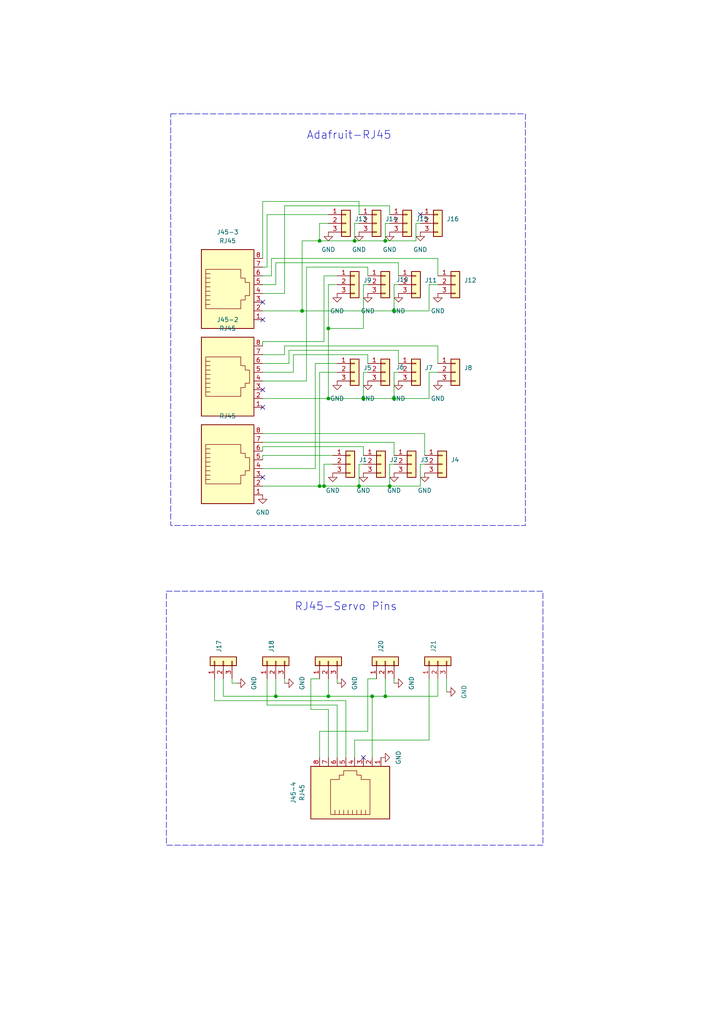
<source format=kicad_sch>
(kicad_sch
	(version 20231120)
	(generator "eeschema")
	(generator_version "8.0")
	(uuid "f7beb79e-fea7-4f0b-8867-5900bbc7894e")
	(paper "A4" portrait)
	(title_block
		(title "Servo Wiring")
		(company "ASQII")
	)
	(lib_symbols
		(symbol "Connector:RJ45"
			(pin_names
				(offset 1.016)
			)
			(exclude_from_sim no)
			(in_bom yes)
			(on_board yes)
			(property "Reference" "J"
				(at -5.08 13.97 0)
				(effects
					(font
						(size 1.27 1.27)
					)
					(justify right)
				)
			)
			(property "Value" "RJ45"
				(at 2.54 13.97 0)
				(effects
					(font
						(size 1.27 1.27)
					)
					(justify left)
				)
			)
			(property "Footprint" ""
				(at 0 0.635 90)
				(effects
					(font
						(size 1.27 1.27)
					)
					(hide yes)
				)
			)
			(property "Datasheet" "~"
				(at 0 0.635 90)
				(effects
					(font
						(size 1.27 1.27)
					)
					(hide yes)
				)
			)
			(property "Description" "RJ connector, 8P8C (8 positions 8 connected)"
				(at 0 0 0)
				(effects
					(font
						(size 1.27 1.27)
					)
					(hide yes)
				)
			)
			(property "ki_keywords" "8P8C RJ socket connector"
				(at 0 0 0)
				(effects
					(font
						(size 1.27 1.27)
					)
					(hide yes)
				)
			)
			(property "ki_fp_filters" "8P8C* RJ31* RJ32* RJ33* RJ34* RJ35* RJ41* RJ45* RJ49* RJ61*"
				(at 0 0 0)
				(effects
					(font
						(size 1.27 1.27)
					)
					(hide yes)
				)
			)
			(symbol "RJ45_0_1"
				(polyline
					(pts
						(xy -5.08 4.445) (xy -6.35 4.445)
					)
					(stroke
						(width 0)
						(type default)
					)
					(fill
						(type none)
					)
				)
				(polyline
					(pts
						(xy -5.08 5.715) (xy -6.35 5.715)
					)
					(stroke
						(width 0)
						(type default)
					)
					(fill
						(type none)
					)
				)
				(polyline
					(pts
						(xy -6.35 -3.175) (xy -5.08 -3.175) (xy -5.08 -3.175)
					)
					(stroke
						(width 0)
						(type default)
					)
					(fill
						(type none)
					)
				)
				(polyline
					(pts
						(xy -6.35 -1.905) (xy -5.08 -1.905) (xy -5.08 -1.905)
					)
					(stroke
						(width 0)
						(type default)
					)
					(fill
						(type none)
					)
				)
				(polyline
					(pts
						(xy -6.35 -0.635) (xy -5.08 -0.635) (xy -5.08 -0.635)
					)
					(stroke
						(width 0)
						(type default)
					)
					(fill
						(type none)
					)
				)
				(polyline
					(pts
						(xy -6.35 0.635) (xy -5.08 0.635) (xy -5.08 0.635)
					)
					(stroke
						(width 0)
						(type default)
					)
					(fill
						(type none)
					)
				)
				(polyline
					(pts
						(xy -6.35 1.905) (xy -5.08 1.905) (xy -5.08 1.905)
					)
					(stroke
						(width 0)
						(type default)
					)
					(fill
						(type none)
					)
				)
				(polyline
					(pts
						(xy -5.08 3.175) (xy -6.35 3.175) (xy -6.35 3.175)
					)
					(stroke
						(width 0)
						(type default)
					)
					(fill
						(type none)
					)
				)
				(polyline
					(pts
						(xy -6.35 -4.445) (xy -6.35 6.985) (xy 3.81 6.985) (xy 3.81 4.445) (xy 5.08 4.445) (xy 5.08 3.175)
						(xy 6.35 3.175) (xy 6.35 -0.635) (xy 5.08 -0.635) (xy 5.08 -1.905) (xy 3.81 -1.905) (xy 3.81 -4.445)
						(xy -6.35 -4.445) (xy -6.35 -4.445)
					)
					(stroke
						(width 0)
						(type default)
					)
					(fill
						(type none)
					)
				)
				(rectangle
					(start 7.62 12.7)
					(end -7.62 -10.16)
					(stroke
						(width 0.254)
						(type default)
					)
					(fill
						(type background)
					)
				)
			)
			(symbol "RJ45_1_1"
				(pin passive line
					(at 10.16 -7.62 180)
					(length 2.54)
					(name "~"
						(effects
							(font
								(size 1.27 1.27)
							)
						)
					)
					(number "1"
						(effects
							(font
								(size 1.27 1.27)
							)
						)
					)
				)
				(pin passive line
					(at 10.16 -5.08 180)
					(length 2.54)
					(name "~"
						(effects
							(font
								(size 1.27 1.27)
							)
						)
					)
					(number "2"
						(effects
							(font
								(size 1.27 1.27)
							)
						)
					)
				)
				(pin passive line
					(at 10.16 -2.54 180)
					(length 2.54)
					(name "~"
						(effects
							(font
								(size 1.27 1.27)
							)
						)
					)
					(number "3"
						(effects
							(font
								(size 1.27 1.27)
							)
						)
					)
				)
				(pin passive line
					(at 10.16 0 180)
					(length 2.54)
					(name "~"
						(effects
							(font
								(size 1.27 1.27)
							)
						)
					)
					(number "4"
						(effects
							(font
								(size 1.27 1.27)
							)
						)
					)
				)
				(pin passive line
					(at 10.16 2.54 180)
					(length 2.54)
					(name "~"
						(effects
							(font
								(size 1.27 1.27)
							)
						)
					)
					(number "5"
						(effects
							(font
								(size 1.27 1.27)
							)
						)
					)
				)
				(pin passive line
					(at 10.16 5.08 180)
					(length 2.54)
					(name "~"
						(effects
							(font
								(size 1.27 1.27)
							)
						)
					)
					(number "6"
						(effects
							(font
								(size 1.27 1.27)
							)
						)
					)
				)
				(pin passive line
					(at 10.16 7.62 180)
					(length 2.54)
					(name "~"
						(effects
							(font
								(size 1.27 1.27)
							)
						)
					)
					(number "7"
						(effects
							(font
								(size 1.27 1.27)
							)
						)
					)
				)
				(pin passive line
					(at 10.16 10.16 180)
					(length 2.54)
					(name "~"
						(effects
							(font
								(size 1.27 1.27)
							)
						)
					)
					(number "8"
						(effects
							(font
								(size 1.27 1.27)
							)
						)
					)
				)
			)
		)
		(symbol "Connector_Generic:Conn_01x03"
			(pin_names
				(offset 1.016) hide)
			(exclude_from_sim no)
			(in_bom yes)
			(on_board yes)
			(property "Reference" "J2"
				(at 2.54 1.27 0)
				(effects
					(font
						(size 1.27 1.27)
					)
					(justify left)
				)
			)
			(property "Value" "Conn_01x03"
				(at 2.54 -1.27 0)
				(effects
					(font
						(size 1.27 1.27)
					)
					(justify left)
				)
			)
			(property "Footprint" "Connector_PinHeader_1.00mm:PinHeader_1x03_P1.00mm_Vertical"
				(at 0 0 0)
				(effects
					(font
						(size 1.27 1.27)
					)
					(hide yes)
				)
			)
			(property "Datasheet" "~"
				(at 0 0 0)
				(effects
					(font
						(size 1.27 1.27)
					)
					(hide yes)
				)
			)
			(property "Description" "Generic connector, single row, 01x03, script generated (kicad-library-utils/schlib/autogen/connector/)"
				(at 0 0 0)
				(effects
					(font
						(size 1.27 1.27)
					)
					(hide yes)
				)
			)
			(property "ki_keywords" "connector"
				(at 0 0 0)
				(effects
					(font
						(size 1.27 1.27)
					)
					(hide yes)
				)
			)
			(property "ki_fp_filters" "Connector*:*_1x??_*"
				(at 0 0 0)
				(effects
					(font
						(size 1.27 1.27)
					)
					(hide yes)
				)
			)
			(symbol "Conn_01x03_1_1"
				(rectangle
					(start -1.27 -2.413)
					(end 0 -2.667)
					(stroke
						(width 0.1524)
						(type default)
					)
					(fill
						(type none)
					)
				)
				(rectangle
					(start -1.27 0.127)
					(end 0 -0.127)
					(stroke
						(width 0.1524)
						(type default)
					)
					(fill
						(type none)
					)
				)
				(rectangle
					(start -1.27 2.667)
					(end 0 2.413)
					(stroke
						(width 0.1524)
						(type default)
					)
					(fill
						(type none)
					)
				)
				(rectangle
					(start -1.27 3.81)
					(end 1.27 -3.81)
					(stroke
						(width 0.254)
						(type default)
					)
					(fill
						(type background)
					)
				)
				(pin passive line
					(at -5.08 2.54 0)
					(length 3.81)
					(name "PWM"
						(effects
							(font
								(size 1.27 1.27)
							)
						)
					)
					(number "1"
						(effects
							(font
								(size 1.27 1.27)
							)
						)
					)
				)
				(pin passive line
					(at -5.08 0 0)
					(length 3.81)
					(name "V+"
						(effects
							(font
								(size 1.27 1.27)
							)
						)
					)
					(number "2"
						(effects
							(font
								(size 1.27 1.27)
							)
						)
					)
				)
				(pin passive line
					(at -5.08 -2.54 0)
					(length 3.81)
					(name "GND"
						(effects
							(font
								(size 1.27 1.27)
							)
						)
					)
					(number "3"
						(effects
							(font
								(size 1.27 1.27)
							)
						)
					)
				)
			)
		)
		(symbol "power:GND"
			(power)
			(pin_names
				(offset 0)
			)
			(exclude_from_sim no)
			(in_bom yes)
			(on_board yes)
			(property "Reference" "#PWR"
				(at 0 -6.35 0)
				(effects
					(font
						(size 1.27 1.27)
					)
					(hide yes)
				)
			)
			(property "Value" "GND"
				(at 0 -3.81 0)
				(effects
					(font
						(size 1.27 1.27)
					)
				)
			)
			(property "Footprint" ""
				(at 0 0 0)
				(effects
					(font
						(size 1.27 1.27)
					)
					(hide yes)
				)
			)
			(property "Datasheet" ""
				(at 0 0 0)
				(effects
					(font
						(size 1.27 1.27)
					)
					(hide yes)
				)
			)
			(property "Description" "Power symbol creates a global label with name \"GND\" , ground"
				(at 0 0 0)
				(effects
					(font
						(size 1.27 1.27)
					)
					(hide yes)
				)
			)
			(property "ki_keywords" "global power"
				(at 0 0 0)
				(effects
					(font
						(size 1.27 1.27)
					)
					(hide yes)
				)
			)
			(symbol "GND_0_1"
				(polyline
					(pts
						(xy 0 0) (xy 0 -1.27) (xy 1.27 -1.27) (xy 0 -2.54) (xy -1.27 -1.27) (xy 0 -1.27)
					)
					(stroke
						(width 0)
						(type default)
					)
					(fill
						(type none)
					)
				)
			)
			(symbol "GND_1_1"
				(pin power_in line
					(at 0 0 270)
					(length 0) hide
					(name "GND"
						(effects
							(font
								(size 1.27 1.27)
							)
						)
					)
					(number "1"
						(effects
							(font
								(size 1.27 1.27)
							)
						)
					)
				)
			)
		)
	)
	(junction
		(at 92.71 69.85)
		(diameter 0)
		(color 0 0 0 0)
		(uuid "022344fa-1a3f-4cbb-85ac-62c74cbcda72")
	)
	(junction
		(at 114.3 115.57)
		(diameter 0)
		(color 0 0 0 0)
		(uuid "0baee884-25be-4410-b8f1-61c705b8a08d")
	)
	(junction
		(at 114.3 90.17)
		(diameter 0)
		(color 0 0 0 0)
		(uuid "25191764-3e69-4f67-be6a-6dbae1ab41a3")
	)
	(junction
		(at 104.14 140.97)
		(diameter 0)
		(color 0 0 0 0)
		(uuid "28fd9ffc-7e36-4f80-855d-4642caf28bbb")
	)
	(junction
		(at 107.95 201.93)
		(diameter 0)
		(color 0 0 0 0)
		(uuid "3f79577f-13d8-4644-8254-47d28fa516bb")
	)
	(junction
		(at 111.76 201.93)
		(diameter 0)
		(color 0 0 0 0)
		(uuid "4b677327-d5dc-404d-bfb5-729d8ba66e70")
	)
	(junction
		(at 105.41 115.57)
		(diameter 0)
		(color 0 0 0 0)
		(uuid "546a2dc6-d99c-4280-929c-e1e56cb11996")
	)
	(junction
		(at 95.25 201.93)
		(diameter 0)
		(color 0 0 0 0)
		(uuid "5500d317-a07d-4a76-83f7-bcf48eb4b307")
	)
	(junction
		(at 102.87 69.85)
		(diameter 0)
		(color 0 0 0 0)
		(uuid "5577516a-2829-4725-aaa3-8c267960c226")
	)
	(junction
		(at 111.76 69.85)
		(diameter 0)
		(color 0 0 0 0)
		(uuid "691e5a88-5f10-4ad1-bcc5-70225971898f")
	)
	(junction
		(at 80.01 201.93)
		(diameter 0)
		(color 0 0 0 0)
		(uuid "88dd32f1-42c5-46d8-b4e5-51fda3cd3937")
	)
	(junction
		(at 95.25 95.25)
		(diameter 0)
		(color 0 0 0 0)
		(uuid "99792add-44b9-4ca2-8fd1-6de7b57577da")
	)
	(junction
		(at 113.03 140.97)
		(diameter 0)
		(color 0 0 0 0)
		(uuid "a62f0a07-9998-4e80-99b6-29439a974021")
	)
	(junction
		(at 87.63 90.17)
		(diameter 0)
		(color 0 0 0 0)
		(uuid "e4b81ac7-9fb3-4aa5-842b-7696f6150470")
	)
	(junction
		(at 92.71 140.97)
		(diameter 0)
		(color 0 0 0 0)
		(uuid "ea23b78c-c343-418e-b97b-c8ef7245b9cf")
	)
	(junction
		(at 93.98 140.97)
		(diameter 0)
		(color 0 0 0 0)
		(uuid "f1cd4211-b3e7-4b02-b91d-3f83c2eec336")
	)
	(junction
		(at 95.25 115.57)
		(diameter 0)
		(color 0 0 0 0)
		(uuid "faca6110-18e0-43a9-b6bd-9c4d108c309d")
	)
	(no_connect
		(at 76.2 138.43)
		(uuid "0a9dc3fa-e33e-4760-89ba-ad1165fa31f3")
	)
	(no_connect
		(at 76.2 118.11)
		(uuid "4fb908cc-c8a9-43d4-87fa-afe88a873d4a")
	)
	(no_connect
		(at 76.2 87.63)
		(uuid "5829b7ff-27f6-44eb-bdd6-34b80bf318f6")
	)
	(no_connect
		(at 76.2 113.03)
		(uuid "8b9b0657-492c-4afc-a588-f0e5f5c6f002")
	)
	(no_connect
		(at 121.92 62.23)
		(uuid "96af1222-fa72-485e-b1d7-cff2ed316344")
	)
	(no_connect
		(at 105.41 219.71)
		(uuid "b8cf819e-25c4-4d75-ab7a-9511ce7cfb53")
	)
	(no_connect
		(at 76.2 92.71)
		(uuid "d01f95f3-c08f-4ba8-904b-dcb7ad1dd5b2")
	)
	(wire
		(pts
			(xy 64.77 196.85) (xy 64.77 201.93)
		)
		(stroke
			(width 0)
			(type default)
		)
		(uuid "0047d70d-9211-408b-a18d-50634084e9e4")
	)
	(wire
		(pts
			(xy 68.58 198.12) (xy 67.31 198.12)
		)
		(stroke
			(width 0)
			(type default)
		)
		(uuid "0109809a-1e33-4084-bbbe-4b1b7fdc9113")
	)
	(wire
		(pts
			(xy 104.14 140.97) (xy 113.03 140.97)
		)
		(stroke
			(width 0)
			(type default)
		)
		(uuid "04c855ce-df79-4a7a-b206-933ebd7f58bd")
	)
	(wire
		(pts
			(xy 76.2 58.42) (xy 76.2 74.93)
		)
		(stroke
			(width 0)
			(type default)
		)
		(uuid "0542cab1-5a2f-4ae0-a89f-8e51b6ced29f")
	)
	(wire
		(pts
			(xy 114.3 115.57) (xy 114.3 107.95)
		)
		(stroke
			(width 0)
			(type default)
		)
		(uuid "0678e3fd-9940-43c1-bddb-3f9b69b11f95")
	)
	(wire
		(pts
			(xy 109.22 196.85) (xy 106.68 196.85)
		)
		(stroke
			(width 0)
			(type default)
		)
		(uuid "0bd794de-1639-42f5-976e-e450d76143c9")
	)
	(wire
		(pts
			(xy 102.87 214.63) (xy 102.87 219.71)
		)
		(stroke
			(width 0)
			(type default)
		)
		(uuid "117fee86-2810-4ba2-baea-9a545ec4b5d9")
	)
	(wire
		(pts
			(xy 76.2 129.54) (xy 76.2 130.81)
		)
		(stroke
			(width 0)
			(type default)
		)
		(uuid "12f047a9-e980-4a3d-beed-82da7a6220e5")
	)
	(wire
		(pts
			(xy 115.57 101.6) (xy 83.82 101.6)
		)
		(stroke
			(width 0)
			(type default)
		)
		(uuid "14f8474c-d948-4fe8-a82b-44a2f0b1edb6")
	)
	(wire
		(pts
			(xy 77.47 204.47) (xy 97.79 204.47)
		)
		(stroke
			(width 0)
			(type default)
		)
		(uuid "166abe72-b7e5-43fb-9bca-0f869ff9b909")
	)
	(wire
		(pts
			(xy 90.17 196.85) (xy 90.17 205.74)
		)
		(stroke
			(width 0)
			(type default)
		)
		(uuid "169c9ab5-9054-4d7e-b448-826eea4cbb61")
	)
	(wire
		(pts
			(xy 62.23 203.2) (xy 100.33 203.2)
		)
		(stroke
			(width 0)
			(type default)
		)
		(uuid "19525e3f-e931-4253-86f6-891b498b0655")
	)
	(wire
		(pts
			(xy 87.63 90.17) (xy 114.3 90.17)
		)
		(stroke
			(width 0)
			(type default)
		)
		(uuid "1a5acf67-bb6d-46cb-9a00-49295e0bd409")
	)
	(wire
		(pts
			(xy 82.55 100.33) (xy 82.55 102.87)
		)
		(stroke
			(width 0)
			(type default)
		)
		(uuid "1f775e87-7e0c-4dda-98eb-05c7ab5d5e82")
	)
	(wire
		(pts
			(xy 95.25 115.57) (xy 105.41 115.57)
		)
		(stroke
			(width 0)
			(type default)
		)
		(uuid "1fbe9508-01ec-4ccc-a329-8150ac2aab11")
	)
	(wire
		(pts
			(xy 92.71 69.85) (xy 87.63 69.85)
		)
		(stroke
			(width 0)
			(type default)
		)
		(uuid "21965f86-2811-4892-b3ea-4f8569db9553")
	)
	(wire
		(pts
			(xy 106.68 77.47) (xy 88.9 77.47)
		)
		(stroke
			(width 0)
			(type default)
		)
		(uuid "23b65438-6562-4df4-a472-8fc4b8616c04")
	)
	(wire
		(pts
			(xy 93.98 140.97) (xy 104.14 140.97)
		)
		(stroke
			(width 0)
			(type default)
		)
		(uuid "254fc619-7d21-4418-8146-2382eb9b06c5")
	)
	(wire
		(pts
			(xy 124.46 107.95) (xy 124.46 115.57)
		)
		(stroke
			(width 0)
			(type default)
		)
		(uuid "2c45fcaf-b247-4b5d-abc2-3dc6f2de81c7")
	)
	(wire
		(pts
			(xy 76.2 82.55) (xy 80.01 82.55)
		)
		(stroke
			(width 0)
			(type default)
		)
		(uuid "2cae7cfd-491b-470f-a56c-dd6f8c11ba58")
	)
	(wire
		(pts
			(xy 115.57 76.2) (xy 115.57 80.01)
		)
		(stroke
			(width 0)
			(type default)
		)
		(uuid "2eb9a669-d244-4b67-97ee-a251951ddc4b")
	)
	(wire
		(pts
			(xy 113.03 134.62) (xy 113.03 140.97)
		)
		(stroke
			(width 0)
			(type default)
		)
		(uuid "31bf6a8b-2e77-4991-83ff-9a02783e5478")
	)
	(wire
		(pts
			(xy 104.14 58.42) (xy 76.2 58.42)
		)
		(stroke
			(width 0)
			(type default)
		)
		(uuid "324066ed-90ea-4b4e-9002-7dc11fc7d450")
	)
	(wire
		(pts
			(xy 105.41 115.57) (xy 114.3 115.57)
		)
		(stroke
			(width 0)
			(type default)
		)
		(uuid "3259fa62-ceb5-484b-829d-e0784f2a1bee")
	)
	(wire
		(pts
			(xy 96.52 132.08) (xy 76.2 132.08)
		)
		(stroke
			(width 0)
			(type default)
		)
		(uuid "35271d69-f437-4613-ab81-e879fb084cc6")
	)
	(wire
		(pts
			(xy 127 100.33) (xy 82.55 100.33)
		)
		(stroke
			(width 0)
			(type default)
		)
		(uuid "388613eb-034c-4f6b-974f-93d1518b252e")
	)
	(wire
		(pts
			(xy 82.55 59.69) (xy 82.55 85.09)
		)
		(stroke
			(width 0)
			(type default)
		)
		(uuid "38c90015-54b4-4d0b-b8f8-5f1dce91a518")
	)
	(wire
		(pts
			(xy 87.63 69.85) (xy 87.63 90.17)
		)
		(stroke
			(width 0)
			(type default)
		)
		(uuid "38df098c-d9f1-4ea3-8c29-6afd6d122467")
	)
	(wire
		(pts
			(xy 76.2 132.08) (xy 76.2 133.35)
		)
		(stroke
			(width 0)
			(type default)
		)
		(uuid "3a076b0b-00c8-4b5f-95e0-09b0fc69901f")
	)
	(wire
		(pts
			(xy 121.92 134.62) (xy 123.19 134.62)
		)
		(stroke
			(width 0)
			(type default)
		)
		(uuid "3bd8170b-0a8d-44a9-8526-b1900566173e")
	)
	(wire
		(pts
			(xy 88.9 77.47) (xy 88.9 110.49)
		)
		(stroke
			(width 0)
			(type default)
		)
		(uuid "45921aba-64de-41ae-a6b6-7772162620f8")
	)
	(wire
		(pts
			(xy 106.68 77.47) (xy 106.68 80.01)
		)
		(stroke
			(width 0)
			(type default)
		)
		(uuid "4b1a0469-22d9-492e-94e5-0348124a2e3b")
	)
	(wire
		(pts
			(xy 120.65 69.85) (xy 111.76 69.85)
		)
		(stroke
			(width 0)
			(type default)
		)
		(uuid "4fe60860-9886-4642-91c2-18bcb77c58ed")
	)
	(wire
		(pts
			(xy 95.25 64.77) (xy 92.71 64.77)
		)
		(stroke
			(width 0)
			(type default)
		)
		(uuid "50e2b20c-cb6f-457b-b822-e979a86a5cb2")
	)
	(wire
		(pts
			(xy 97.79 82.55) (xy 95.25 82.55)
		)
		(stroke
			(width 0)
			(type default)
		)
		(uuid "52d4a039-78c4-4a1e-8f16-5381fb37a90c")
	)
	(wire
		(pts
			(xy 124.46 196.85) (xy 124.46 214.63)
		)
		(stroke
			(width 0)
			(type default)
		)
		(uuid "54ba5d31-33b6-4ab9-9aa2-ca5283e0e29f")
	)
	(wire
		(pts
			(xy 102.87 64.77) (xy 102.87 69.85)
		)
		(stroke
			(width 0)
			(type default)
		)
		(uuid "56f71b95-b81b-44dd-af76-27a89dbb55ca")
	)
	(wire
		(pts
			(xy 95.25 205.74) (xy 95.25 219.71)
		)
		(stroke
			(width 0)
			(type default)
		)
		(uuid "59c69fe9-4f15-49f2-ba4d-93e862a45e4d")
	)
	(wire
		(pts
			(xy 90.17 205.74) (xy 95.25 205.74)
		)
		(stroke
			(width 0)
			(type default)
		)
		(uuid "5a1cfb3c-716a-424d-b84d-f60692d3b081")
	)
	(wire
		(pts
			(xy 124.46 115.57) (xy 114.3 115.57)
		)
		(stroke
			(width 0)
			(type default)
		)
		(uuid "5ae884df-9f9f-4c5e-a87b-75df5b6cc231")
	)
	(wire
		(pts
			(xy 77.47 196.85) (xy 77.47 204.47)
		)
		(stroke
			(width 0)
			(type default)
		)
		(uuid "5e00f2ce-47dc-4e12-8018-99b5dfe58f7f")
	)
	(wire
		(pts
			(xy 92.71 212.09) (xy 92.71 219.71)
		)
		(stroke
			(width 0)
			(type default)
		)
		(uuid "61be7fcd-21b5-48db-a941-d155c191897c")
	)
	(wire
		(pts
			(xy 96.52 134.62) (xy 93.98 134.62)
		)
		(stroke
			(width 0)
			(type default)
		)
		(uuid "6227d996-1bff-43bc-95ff-e4ebfdc1176b")
	)
	(wire
		(pts
			(xy 105.41 129.54) (xy 76.2 129.54)
		)
		(stroke
			(width 0)
			(type default)
		)
		(uuid "655deef2-512a-48e8-b1dd-985fbab8da7d")
	)
	(wire
		(pts
			(xy 115.57 76.2) (xy 80.01 76.2)
		)
		(stroke
			(width 0)
			(type default)
		)
		(uuid "6cae01c6-0bb7-4e17-b8f5-f17ec3380a3e")
	)
	(wire
		(pts
			(xy 93.98 99.06) (xy 76.2 99.06)
		)
		(stroke
			(width 0)
			(type default)
		)
		(uuid "6d4d1872-278d-4f13-82a6-dec1f69b3c6d")
	)
	(wire
		(pts
			(xy 114.3 134.62) (xy 113.03 134.62)
		)
		(stroke
			(width 0)
			(type default)
		)
		(uuid "6d5cf876-3c98-4028-87f8-b055a2d2f14d")
	)
	(wire
		(pts
			(xy 76.2 125.73) (xy 123.19 125.73)
		)
		(stroke
			(width 0)
			(type default)
		)
		(uuid "74e83987-9d33-4baf-9f8b-5426fe46e04c")
	)
	(wire
		(pts
			(xy 124.46 90.17) (xy 114.3 90.17)
		)
		(stroke
			(width 0)
			(type default)
		)
		(uuid "78a05737-06c8-4008-b408-48474a57bf83")
	)
	(wire
		(pts
			(xy 105.41 132.08) (xy 105.41 129.54)
		)
		(stroke
			(width 0)
			(type default)
		)
		(uuid "78f25b95-14e8-4ba8-8b12-4c9ba5b8363b")
	)
	(wire
		(pts
			(xy 76.2 140.97) (xy 92.71 140.97)
		)
		(stroke
			(width 0)
			(type default)
		)
		(uuid "79d93a73-5fb4-4471-adb6-eff6991ff39d")
	)
	(wire
		(pts
			(xy 107.95 219.71) (xy 107.95 201.93)
		)
		(stroke
			(width 0)
			(type default)
		)
		(uuid "7ca83121-70bb-4a5c-9717-9c125692f251")
	)
	(wire
		(pts
			(xy 105.41 82.55) (xy 105.41 95.25)
		)
		(stroke
			(width 0)
			(type default)
		)
		(uuid "7d7e0a4c-b0e1-4c78-8fa8-59168a7cf0da")
	)
	(wire
		(pts
			(xy 124.46 214.63) (xy 102.87 214.63)
		)
		(stroke
			(width 0)
			(type default)
		)
		(uuid "7e760b02-eda6-47a5-96b7-7fc22977f6a7")
	)
	(wire
		(pts
			(xy 76.2 90.17) (xy 87.63 90.17)
		)
		(stroke
			(width 0)
			(type default)
		)
		(uuid "7f099b24-c803-4d0c-8bd1-66ebada3610b")
	)
	(wire
		(pts
			(xy 114.3 198.12) (xy 114.3 196.85)
		)
		(stroke
			(width 0)
			(type default)
		)
		(uuid "80955cf3-528d-49a5-bc2f-37ded3150510")
	)
	(wire
		(pts
			(xy 114.3 107.95) (xy 115.57 107.95)
		)
		(stroke
			(width 0)
			(type default)
		)
		(uuid "811d3730-f941-4bee-9855-87dd3de4216a")
	)
	(wire
		(pts
			(xy 95.25 82.55) (xy 95.25 95.25)
		)
		(stroke
			(width 0)
			(type default)
		)
		(uuid "811de280-447b-401e-90da-b228e7ef9dc6")
	)
	(wire
		(pts
			(xy 106.68 82.55) (xy 105.41 82.55)
		)
		(stroke
			(width 0)
			(type default)
		)
		(uuid "83762422-80b7-4d6a-9a52-1b2646cb995a")
	)
	(wire
		(pts
			(xy 92.71 196.85) (xy 90.17 196.85)
		)
		(stroke
			(width 0)
			(type default)
		)
		(uuid "883c0d49-3bd2-4ca1-9744-7965001e312e")
	)
	(wire
		(pts
			(xy 127 74.93) (xy 127 80.01)
		)
		(stroke
			(width 0)
			(type default)
		)
		(uuid "88d85bcd-005e-4a23-ba45-cd13f1d205bb")
	)
	(wire
		(pts
			(xy 111.76 201.93) (xy 127 201.93)
		)
		(stroke
			(width 0)
			(type default)
		)
		(uuid "8e8d9a22-0e81-44e2-81b1-266de01f3f64")
	)
	(wire
		(pts
			(xy 85.09 102.87) (xy 85.09 107.95)
		)
		(stroke
			(width 0)
			(type default)
		)
		(uuid "900a346d-c5a3-4202-a4b0-c1f2c95690d9")
	)
	(wire
		(pts
			(xy 106.68 212.09) (xy 92.71 212.09)
		)
		(stroke
			(width 0)
			(type default)
		)
		(uuid "919fd1f6-ea38-4f6c-a15e-da33e49140d1")
	)
	(wire
		(pts
			(xy 129.54 200.66) (xy 129.54 196.85)
		)
		(stroke
			(width 0)
			(type default)
		)
		(uuid "91aefc9b-de18-4d89-a4ee-cd9ebf561e17")
	)
	(wire
		(pts
			(xy 78.74 74.93) (xy 78.74 80.01)
		)
		(stroke
			(width 0)
			(type default)
		)
		(uuid "94366b5f-d301-425c-83a0-47310bead3cb")
	)
	(wire
		(pts
			(xy 82.55 85.09) (xy 76.2 85.09)
		)
		(stroke
			(width 0)
			(type default)
		)
		(uuid "96b2a90c-96f4-4f0b-b97a-5f23aa374579")
	)
	(wire
		(pts
			(xy 106.68 102.87) (xy 106.68 105.41)
		)
		(stroke
			(width 0)
			(type default)
		)
		(uuid "972bb12a-613f-4e05-9d11-7a09f285a7e3")
	)
	(wire
		(pts
			(xy 82.55 102.87) (xy 76.2 102.87)
		)
		(stroke
			(width 0)
			(type default)
		)
		(uuid "994205b8-b73b-48d9-b760-47b3b84c3a73")
	)
	(wire
		(pts
			(xy 80.01 76.2) (xy 80.01 82.55)
		)
		(stroke
			(width 0)
			(type default)
		)
		(uuid "9d8018a5-390f-4ac5-b662-d87ca24b1f10")
	)
	(wire
		(pts
			(xy 92.71 107.95) (xy 97.79 107.95)
		)
		(stroke
			(width 0)
			(type default)
		)
		(uuid "a2639fd1-f603-4b04-8c16-98a3d9e0910e")
	)
	(wire
		(pts
			(xy 127 107.95) (xy 124.46 107.95)
		)
		(stroke
			(width 0)
			(type default)
		)
		(uuid "a32964ce-1508-4ba0-a330-735728672cb9")
	)
	(wire
		(pts
			(xy 62.23 196.85) (xy 62.23 203.2)
		)
		(stroke
			(width 0)
			(type default)
		)
		(uuid "a551780b-6544-4b35-bbec-be6758de1bf1")
	)
	(wire
		(pts
			(xy 121.92 140.97) (xy 121.92 134.62)
		)
		(stroke
			(width 0)
			(type default)
		)
		(uuid "a57ee86a-9d17-4314-9566-c2eab251abfe")
	)
	(wire
		(pts
			(xy 97.79 204.47) (xy 97.79 219.71)
		)
		(stroke
			(width 0)
			(type default)
		)
		(uuid "a61752ca-ab28-4773-ab79-98c5fd7128a0")
	)
	(wire
		(pts
			(xy 113.03 140.97) (xy 121.92 140.97)
		)
		(stroke
			(width 0)
			(type default)
		)
		(uuid "a6cce24b-842c-4b5e-a121-ab2e6da53efe")
	)
	(wire
		(pts
			(xy 76.2 99.06) (xy 76.2 100.33)
		)
		(stroke
			(width 0)
			(type default)
		)
		(uuid "a851db44-d937-4dcf-9458-b67165d99a01")
	)
	(wire
		(pts
			(xy 124.46 82.55) (xy 124.46 90.17)
		)
		(stroke
			(width 0)
			(type default)
		)
		(uuid "a91a49c8-5c86-4869-bfe9-8463fcfde966")
	)
	(wire
		(pts
			(xy 105.41 134.62) (xy 104.14 134.62)
		)
		(stroke
			(width 0)
			(type default)
		)
		(uuid "aa53303e-6f9c-499c-a65a-fb97c0750da5")
	)
	(wire
		(pts
			(xy 114.3 132.08) (xy 114.3 128.27)
		)
		(stroke
			(width 0)
			(type default)
		)
		(uuid "ab588dd4-4026-4aba-b489-f96edaa11d72")
	)
	(wire
		(pts
			(xy 67.31 198.12) (xy 67.31 196.85)
		)
		(stroke
			(width 0)
			(type default)
		)
		(uuid "ad342b5b-6865-48ee-94d4-8b951a56d943")
	)
	(wire
		(pts
			(xy 104.14 134.62) (xy 104.14 140.97)
		)
		(stroke
			(width 0)
			(type default)
		)
		(uuid "adb5140b-3dda-4594-ae8d-7ecd5e1b00bb")
	)
	(wire
		(pts
			(xy 80.01 201.93) (xy 80.01 196.85)
		)
		(stroke
			(width 0)
			(type default)
		)
		(uuid "add2ef33-3443-47d6-bf09-494eb14c7510")
	)
	(wire
		(pts
			(xy 107.95 201.93) (xy 111.76 201.93)
		)
		(stroke
			(width 0)
			(type default)
		)
		(uuid "adec86be-b2eb-4fbf-8dfc-69d72a844048")
	)
	(wire
		(pts
			(xy 102.87 69.85) (xy 92.71 69.85)
		)
		(stroke
			(width 0)
			(type default)
		)
		(uuid "aebbb904-1cd0-484f-ac82-5915387affdf")
	)
	(wire
		(pts
			(xy 106.68 102.87) (xy 85.09 102.87)
		)
		(stroke
			(width 0)
			(type default)
		)
		(uuid "afbb2727-b95f-45be-b92b-4154a7b3e036")
	)
	(wire
		(pts
			(xy 76.2 115.57) (xy 95.25 115.57)
		)
		(stroke
			(width 0)
			(type default)
		)
		(uuid "b13337c0-1ff8-4ca2-a41f-9b2c08489e28")
	)
	(wire
		(pts
			(xy 83.82 101.6) (xy 83.82 105.41)
		)
		(stroke
			(width 0)
			(type default)
		)
		(uuid "b19fc99e-8cf7-492b-ac2e-d57ab9b09532")
	)
	(wire
		(pts
			(xy 76.2 105.41) (xy 83.82 105.41)
		)
		(stroke
			(width 0)
			(type default)
		)
		(uuid "b5cf6af9-33de-48d4-982c-066f2d3af9bf")
	)
	(wire
		(pts
			(xy 93.98 80.01) (xy 93.98 99.06)
		)
		(stroke
			(width 0)
			(type default)
		)
		(uuid "b7665322-d05c-4e4a-bd28-95d2e2dc0649")
	)
	(wire
		(pts
			(xy 105.41 107.95) (xy 105.41 115.57)
		)
		(stroke
			(width 0)
			(type default)
		)
		(uuid "ba0a02da-d0b8-4be0-b9ac-f22951824a85")
	)
	(wire
		(pts
			(xy 91.44 105.41) (xy 91.44 135.89)
		)
		(stroke
			(width 0)
			(type default)
		)
		(uuid "ba91088b-f7bd-47d3-b455-bba67182ceee")
	)
	(wire
		(pts
			(xy 97.79 80.01) (xy 93.98 80.01)
		)
		(stroke
			(width 0)
			(type default)
		)
		(uuid "be145282-16b8-47bf-a470-600b74962c98")
	)
	(wire
		(pts
			(xy 92.71 64.77) (xy 92.71 69.85)
		)
		(stroke
			(width 0)
			(type default)
		)
		(uuid "be7fbc5a-c1ae-4fd0-a532-5bbd80493599")
	)
	(wire
		(pts
			(xy 95.25 201.93) (xy 107.95 201.93)
		)
		(stroke
			(width 0)
			(type default)
		)
		(uuid "c04e8d9b-fbc6-4891-a20d-b277212b3ac9")
	)
	(wire
		(pts
			(xy 121.92 64.77) (xy 120.65 64.77)
		)
		(stroke
			(width 0)
			(type default)
		)
		(uuid "c0d5be60-f614-4e53-98c8-4b68c7ec1e7c")
	)
	(wire
		(pts
			(xy 111.76 69.85) (xy 102.87 69.85)
		)
		(stroke
			(width 0)
			(type default)
		)
		(uuid "c0fc0df0-c863-4e06-88e0-708397b9ee23")
	)
	(wire
		(pts
			(xy 76.2 80.01) (xy 78.74 80.01)
		)
		(stroke
			(width 0)
			(type default)
		)
		(uuid "c5524b71-b3ee-4cd1-b721-82dd29ad4218")
	)
	(wire
		(pts
			(xy 127 74.93) (xy 78.74 74.93)
		)
		(stroke
			(width 0)
			(type default)
		)
		(uuid "c60af17b-60cd-4254-a838-ed229a572a92")
	)
	(wire
		(pts
			(xy 92.71 140.97) (xy 93.98 140.97)
		)
		(stroke
			(width 0)
			(type default)
		)
		(uuid "c6ce5196-8784-41a4-be22-8907708999c3")
	)
	(wire
		(pts
			(xy 100.33 203.2) (xy 100.33 219.71)
		)
		(stroke
			(width 0)
			(type default)
		)
		(uuid "c72cbd0a-27a8-423d-9f3c-6a7a97ffac60")
	)
	(wire
		(pts
			(xy 113.03 62.23) (xy 113.03 59.69)
		)
		(stroke
			(width 0)
			(type default)
		)
		(uuid "c90af4e0-91ac-4589-a837-efff5131d9e0")
	)
	(wire
		(pts
			(xy 113.03 59.69) (xy 82.55 59.69)
		)
		(stroke
			(width 0)
			(type default)
		)
		(uuid "c98ec253-33ac-4ddc-8e12-69382fbffbad")
	)
	(wire
		(pts
			(xy 76.2 77.47) (xy 77.47 77.47)
		)
		(stroke
			(width 0)
			(type default)
		)
		(uuid "c9d9ecb6-b623-48a7-a564-4fba1582b18f")
	)
	(wire
		(pts
			(xy 104.14 64.77) (xy 102.87 64.77)
		)
		(stroke
			(width 0)
			(type default)
		)
		(uuid "ca05ad40-ecd8-4d4f-af16-4580da7429a6")
	)
	(wire
		(pts
			(xy 111.76 64.77) (xy 111.76 69.85)
		)
		(stroke
			(width 0)
			(type default)
		)
		(uuid "ca484733-7892-42d3-b45d-8c13137ed863")
	)
	(wire
		(pts
			(xy 97.79 198.12) (xy 97.79 196.85)
		)
		(stroke
			(width 0)
			(type default)
		)
		(uuid "cb360a5e-30da-447d-bf63-ccf5fc12a4e7")
	)
	(wire
		(pts
			(xy 91.44 135.89) (xy 76.2 135.89)
		)
		(stroke
			(width 0)
			(type default)
		)
		(uuid "cb54245d-99c7-4c0f-87c8-106ef0f0e9c4")
	)
	(wire
		(pts
			(xy 104.14 62.23) (xy 104.14 58.42)
		)
		(stroke
			(width 0)
			(type default)
		)
		(uuid "cbf2ef8a-d138-4583-a062-a91a6cc683ab")
	)
	(wire
		(pts
			(xy 123.19 125.73) (xy 123.19 132.08)
		)
		(stroke
			(width 0)
			(type default)
		)
		(uuid "cc076384-6870-43fc-bd30-bfd8927a47bb")
	)
	(wire
		(pts
			(xy 95.25 201.93) (xy 95.25 196.85)
		)
		(stroke
			(width 0)
			(type default)
		)
		(uuid "cd02a71b-bd34-42eb-8469-ba4136c8c943")
	)
	(wire
		(pts
			(xy 77.47 62.23) (xy 77.47 77.47)
		)
		(stroke
			(width 0)
			(type default)
		)
		(uuid "cd0872ce-c87a-4ed0-9c73-2d6f8919e230")
	)
	(wire
		(pts
			(xy 127 82.55) (xy 124.46 82.55)
		)
		(stroke
			(width 0)
			(type default)
		)
		(uuid "cec9bda0-3dbd-47b2-9880-987e95922cc0")
	)
	(wire
		(pts
			(xy 127 100.33) (xy 127 105.41)
		)
		(stroke
			(width 0)
			(type default)
		)
		(uuid "d799379b-018b-4627-8e91-17a1487d2e36")
	)
	(wire
		(pts
			(xy 113.03 64.77) (xy 111.76 64.77)
		)
		(stroke
			(width 0)
			(type default)
		)
		(uuid "d8041c04-3f81-4fc2-99e2-1e0e0438ecc6")
	)
	(wire
		(pts
			(xy 82.55 198.12) (xy 82.55 196.85)
		)
		(stroke
			(width 0)
			(type default)
		)
		(uuid "dab6897f-1799-4650-9b0e-e6a4b4b94f3a")
	)
	(wire
		(pts
			(xy 127 201.93) (xy 127 196.85)
		)
		(stroke
			(width 0)
			(type default)
		)
		(uuid "dac1491b-b09d-498a-b6ac-1545a1247da0")
	)
	(wire
		(pts
			(xy 111.76 201.93) (xy 111.76 196.85)
		)
		(stroke
			(width 0)
			(type default)
		)
		(uuid "daed6a02-7c14-41bc-a0ee-c977e739a14c")
	)
	(wire
		(pts
			(xy 115.57 101.6) (xy 115.57 105.41)
		)
		(stroke
			(width 0)
			(type default)
		)
		(uuid "dd835549-7323-4c89-b8c5-03a86dba0e3b")
	)
	(wire
		(pts
			(xy 114.3 128.27) (xy 76.2 128.27)
		)
		(stroke
			(width 0)
			(type default)
		)
		(uuid "deeacc1c-7631-48d6-94e9-97afa4909305")
	)
	(wire
		(pts
			(xy 106.68 196.85) (xy 106.68 212.09)
		)
		(stroke
			(width 0)
			(type default)
		)
		(uuid "deed5768-d3d9-4212-8247-f15121a9213c")
	)
	(wire
		(pts
			(xy 93.98 134.62) (xy 93.98 140.97)
		)
		(stroke
			(width 0)
			(type default)
		)
		(uuid "e0502291-1da3-4ef7-9635-0b1616e7a032")
	)
	(wire
		(pts
			(xy 114.3 90.17) (xy 114.3 82.55)
		)
		(stroke
			(width 0)
			(type default)
		)
		(uuid "e137ae3d-9778-4606-869d-bbe59e2adf53")
	)
	(wire
		(pts
			(xy 120.65 64.77) (xy 120.65 69.85)
		)
		(stroke
			(width 0)
			(type default)
		)
		(uuid "e70d4466-edac-4bb3-b7a8-b441bf8cc236")
	)
	(wire
		(pts
			(xy 95.25 95.25) (xy 95.25 115.57)
		)
		(stroke
			(width 0)
			(type default)
		)
		(uuid "e74fe2c8-312c-4baf-a394-15529ac122f6")
	)
	(wire
		(pts
			(xy 114.3 82.55) (xy 115.57 82.55)
		)
		(stroke
			(width 0)
			(type default)
		)
		(uuid "ec29e98d-5a60-4f04-bc04-ec338032042d")
	)
	(wire
		(pts
			(xy 95.25 62.23) (xy 77.47 62.23)
		)
		(stroke
			(width 0)
			(type default)
		)
		(uuid "eea7b580-df24-4e00-ab8b-b1fbf3a508c6")
	)
	(wire
		(pts
			(xy 91.44 105.41) (xy 97.79 105.41)
		)
		(stroke
			(width 0)
			(type default)
		)
		(uuid "ef947413-a378-409f-a16f-66bcc8be1246")
	)
	(wire
		(pts
			(xy 76.2 107.95) (xy 85.09 107.95)
		)
		(stroke
			(width 0)
			(type default)
		)
		(uuid "f1189583-13cb-446b-8277-f0dc79d096c1")
	)
	(wire
		(pts
			(xy 64.77 201.93) (xy 80.01 201.93)
		)
		(stroke
			(width 0)
			(type default)
		)
		(uuid "f2b4528e-def6-4840-a861-fcc7b6883f7f")
	)
	(wire
		(pts
			(xy 105.41 95.25) (xy 95.25 95.25)
		)
		(stroke
			(width 0)
			(type default)
		)
		(uuid "f5edd6c6-b6a5-451a-986a-0ed6a14bcae3")
	)
	(wire
		(pts
			(xy 106.68 107.95) (xy 105.41 107.95)
		)
		(stroke
			(width 0)
			(type default)
		)
		(uuid "f645d38b-4e48-4d1b-812b-200fd324d0a2")
	)
	(wire
		(pts
			(xy 92.71 107.95) (xy 92.71 140.97)
		)
		(stroke
			(width 0)
			(type default)
		)
		(uuid "f8daae72-f49c-4c93-890f-814c3b91f1aa")
	)
	(wire
		(pts
			(xy 88.9 110.49) (xy 76.2 110.49)
		)
		(stroke
			(width 0)
			(type default)
		)
		(uuid "faab6ebe-cf1f-4f6d-8109-907c6abc9b2b")
	)
	(wire
		(pts
			(xy 80.01 201.93) (xy 95.25 201.93)
		)
		(stroke
			(width 0)
			(type default)
		)
		(uuid "fd931f0f-0983-4ebe-8f86-2e40fa2b635c")
	)
	(rectangle
		(start 49.53 33.02)
		(end 152.4 152.4)
		(stroke
			(width 0)
			(type dash)
		)
		(fill
			(type none)
		)
		(uuid 46348c0c-5de6-45ac-a83b-f3c8d5242d1d)
	)
	(rectangle
		(start 48.26 171.45)
		(end 157.48 245.11)
		(stroke
			(width 0)
			(type dash)
		)
		(fill
			(type none)
		)
		(uuid 7cffe656-18de-498d-81be-2aabfcf90102)
	)
	(text "RJ45-Servo Pins"
		(exclude_from_sim no)
		(at 100.33 176.022 0)
		(effects
			(font
				(size 2.286 2.286)
			)
		)
		(uuid "9c1651ff-242b-4876-99df-4f543dde6850")
	)
	(text "Adafruit-RJ45"
		(exclude_from_sim no)
		(at 88.9 40.64 0)
		(effects
			(font
				(size 2.286 2.286)
			)
			(justify left bottom)
		)
		(uuid "9eb45dab-b9a9-43a0-8522-5eceda316ef2")
	)
	(symbol
		(lib_id "Connector_Generic:Conn_01x03")
		(at 111.76 82.55 0)
		(unit 1)
		(exclude_from_sim no)
		(in_bom yes)
		(on_board yes)
		(dnp no)
		(uuid "022dd217-01d0-40d8-9404-65dc437e7804")
		(property "Reference" "J10"
			(at 114.9009 81.0877 0)
			(effects
				(font
					(size 1.27 1.27)
				)
				(justify left)
			)
		)
		(property "Value" "Conn_01x03"
			(at 114.3 83.82 0)
			(effects
				(font
					(size 1.27 1.27)
				)
				(justify left)
				(hide yes)
			)
		)
		(property "Footprint" "Connector_PinHeader_1.00mm:PinHeader_1x03_P1.00mm_Vertical"
			(at 111.76 82.55 0)
			(effects
				(font
					(size 1.27 1.27)
				)
				(hide yes)
			)
		)
		(property "Datasheet" "~"
			(at 111.76 82.55 0)
			(effects
				(font
					(size 1.27 1.27)
				)
				(hide yes)
			)
		)
		(property "Description" ""
			(at 111.76 82.55 0)
			(effects
				(font
					(size 1.27 1.27)
				)
				(hide yes)
			)
		)
		(pin "1"
			(uuid "e6692f9d-c49b-42ba-9879-b89ad1ef21c0")
		)
		(pin "2"
			(uuid "e370886c-5a8d-40a3-a5a6-d7568d05c03e")
		)
		(pin "3"
			(uuid "5bbcd207-db4f-4a83-8eb6-750855b8295c")
		)
		(instances
			(project "shield pcb"
				(path "/f7beb79e-fea7-4f0b-8867-5900bbc7894e"
					(reference "J10")
					(unit 1)
				)
			)
		)
	)
	(symbol
		(lib_id "Connector_Generic:Conn_01x03")
		(at 118.11 64.77 0)
		(unit 1)
		(exclude_from_sim no)
		(in_bom yes)
		(on_board yes)
		(dnp no)
		(fields_autoplaced yes)
		(uuid "04708684-2259-4c3e-84d0-916dea3545b4")
		(property "Reference" "J15"
			(at 120.65 63.5 0)
			(effects
				(font
					(size 1.27 1.27)
				)
				(justify left)
			)
		)
		(property "Value" "Conn_01x03"
			(at 120.65 66.04 0)
			(effects
				(font
					(size 1.27 1.27)
				)
				(justify left)
				(hide yes)
			)
		)
		(property "Footprint" "Connector_PinHeader_1.00mm:PinHeader_1x03_P1.00mm_Vertical"
			(at 118.11 64.77 0)
			(effects
				(font
					(size 1.27 1.27)
				)
				(hide yes)
			)
		)
		(property "Datasheet" "~"
			(at 118.11 64.77 0)
			(effects
				(font
					(size 1.27 1.27)
				)
				(hide yes)
			)
		)
		(property "Description" ""
			(at 118.11 64.77 0)
			(effects
				(font
					(size 1.27 1.27)
				)
				(hide yes)
			)
		)
		(pin "1"
			(uuid "07789d9f-a838-4a68-aec6-6b68e825ce82")
		)
		(pin "2"
			(uuid "293a8c24-faf8-42c4-be2c-0657e5aa35b4")
		)
		(pin "3"
			(uuid "3ec1fd4d-2464-427a-8b2e-91b3dd911e7d")
		)
		(instances
			(project "shield pcb"
				(path "/f7beb79e-fea7-4f0b-8867-5900bbc7894e"
					(reference "J15")
					(unit 1)
				)
			)
		)
	)
	(symbol
		(lib_id "Connector_Generic:Conn_01x03")
		(at 101.6 134.62 0)
		(unit 1)
		(exclude_from_sim no)
		(in_bom yes)
		(on_board yes)
		(dnp no)
		(fields_autoplaced yes)
		(uuid "08fd894c-c9fc-4284-96e9-13bae068e983")
		(property "Reference" "J1"
			(at 104.14 133.35 0)
			(effects
				(font
					(size 1.27 1.27)
				)
				(justify left)
			)
		)
		(property "Value" "Conn_01x03"
			(at 104.14 135.89 0)
			(effects
				(font
					(size 1.27 1.27)
				)
				(justify left)
				(hide yes)
			)
		)
		(property "Footprint" "Connector_PinHeader_1.00mm:PinHeader_1x03_P1.00mm_Vertical"
			(at 101.6 134.62 0)
			(effects
				(font
					(size 1.27 1.27)
				)
				(hide yes)
			)
		)
		(property "Datasheet" "~"
			(at 101.6 134.62 0)
			(effects
				(font
					(size 1.27 1.27)
				)
				(hide yes)
			)
		)
		(property "Description" ""
			(at 101.6 134.62 0)
			(effects
				(font
					(size 1.27 1.27)
				)
				(hide yes)
			)
		)
		(pin "1"
			(uuid "4f0ce483-eac9-4b62-8929-f0fc6655f2c1")
		)
		(pin "2"
			(uuid "f002c4f6-38d3-4f2d-b715-1ba9c348870a")
		)
		(pin "3"
			(uuid "66a4637f-34cf-4b56-bb0c-c08bf1414e13")
		)
		(instances
			(project "shield pcb"
				(path "/f7beb79e-fea7-4f0b-8867-5900bbc7894e"
					(reference "J1")
					(unit 1)
				)
			)
		)
	)
	(symbol
		(lib_id "power:GND")
		(at 97.79 85.09 0)
		(unit 1)
		(exclude_from_sim no)
		(in_bom yes)
		(on_board yes)
		(dnp no)
		(fields_autoplaced yes)
		(uuid "0f09018a-249c-4a52-bebc-f667ee33a01d")
		(property "Reference" "#PWR014"
			(at 97.79 91.44 0)
			(effects
				(font
					(size 1.27 1.27)
				)
				(hide yes)
			)
		)
		(property "Value" "GND"
			(at 97.79 90.17 0)
			(effects
				(font
					(size 1.27 1.27)
				)
			)
		)
		(property "Footprint" ""
			(at 97.79 85.09 0)
			(effects
				(font
					(size 1.27 1.27)
				)
				(hide yes)
			)
		)
		(property "Datasheet" ""
			(at 97.79 85.09 0)
			(effects
				(font
					(size 1.27 1.27)
				)
				(hide yes)
			)
		)
		(property "Description" ""
			(at 97.79 85.09 0)
			(effects
				(font
					(size 1.27 1.27)
				)
				(hide yes)
			)
		)
		(pin "1"
			(uuid "35da517b-fcb6-4ad9-b23b-9e3a333d910f")
		)
		(instances
			(project "shield pcb"
				(path "/f7beb79e-fea7-4f0b-8867-5900bbc7894e"
					(reference "#PWR014")
					(unit 1)
				)
			)
		)
	)
	(symbol
		(lib_id "power:GND")
		(at 106.68 85.09 0)
		(unit 1)
		(exclude_from_sim no)
		(in_bom yes)
		(on_board yes)
		(dnp no)
		(fields_autoplaced yes)
		(uuid "101e6591-4bdd-4974-baf7-f594917d5588")
		(property "Reference" "#PWR015"
			(at 106.68 91.44 0)
			(effects
				(font
					(size 1.27 1.27)
				)
				(hide yes)
			)
		)
		(property "Value" "GND"
			(at 106.68 90.17 0)
			(effects
				(font
					(size 1.27 1.27)
				)
			)
		)
		(property "Footprint" ""
			(at 106.68 85.09 0)
			(effects
				(font
					(size 1.27 1.27)
				)
				(hide yes)
			)
		)
		(property "Datasheet" ""
			(at 106.68 85.09 0)
			(effects
				(font
					(size 1.27 1.27)
				)
				(hide yes)
			)
		)
		(property "Description" ""
			(at 106.68 85.09 0)
			(effects
				(font
					(size 1.27 1.27)
				)
				(hide yes)
			)
		)
		(pin "1"
			(uuid "2951b4cb-83c9-455a-b89c-311524fd1d16")
		)
		(instances
			(project "shield pcb"
				(path "/f7beb79e-fea7-4f0b-8867-5900bbc7894e"
					(reference "#PWR015")
					(unit 1)
				)
			)
		)
	)
	(symbol
		(lib_id "Connector_Generic:Conn_01x03")
		(at 102.87 82.55 0)
		(unit 1)
		(exclude_from_sim no)
		(in_bom yes)
		(on_board yes)
		(dnp no)
		(fields_autoplaced yes)
		(uuid "10e48d46-ab9b-449d-956f-107c2d8d5338")
		(property "Reference" "J9"
			(at 105.41 81.28 0)
			(effects
				(font
					(size 1.27 1.27)
				)
				(justify left)
			)
		)
		(property "Value" "Conn_01x03"
			(at 105.41 83.82 0)
			(effects
				(font
					(size 1.27 1.27)
				)
				(justify left)
				(hide yes)
			)
		)
		(property "Footprint" "Connector_PinHeader_1.00mm:PinHeader_1x03_P1.00mm_Vertical"
			(at 102.87 82.55 0)
			(effects
				(font
					(size 1.27 1.27)
				)
				(hide yes)
			)
		)
		(property "Datasheet" "~"
			(at 102.87 82.55 0)
			(effects
				(font
					(size 1.27 1.27)
				)
				(hide yes)
			)
		)
		(property "Description" ""
			(at 102.87 82.55 0)
			(effects
				(font
					(size 1.27 1.27)
				)
				(hide yes)
			)
		)
		(pin "1"
			(uuid "8f92b3cf-4ed7-45fa-9cee-6033d292ebc2")
		)
		(pin "2"
			(uuid "e1e366ff-a511-4ce9-8f47-7f0e9dba81eb")
		)
		(pin "3"
			(uuid "da9bca0d-f744-49b7-8cb6-c23ac13f2302")
		)
		(instances
			(project "shield pcb"
				(path "/f7beb79e-fea7-4f0b-8867-5900bbc7894e"
					(reference "J9")
					(unit 1)
				)
			)
		)
	)
	(symbol
		(lib_id "Connector:RJ45")
		(at 66.04 110.49 0)
		(unit 1)
		(exclude_from_sim no)
		(in_bom yes)
		(on_board yes)
		(dnp no)
		(fields_autoplaced yes)
		(uuid "178e5411-5f8d-4c73-a7a8-4eb885f30e68")
		(property "Reference" "J45-2"
			(at 66.04 92.71 0)
			(effects
				(font
					(size 1.27 1.27)
				)
			)
		)
		(property "Value" "RJ45"
			(at 66.04 95.25 0)
			(effects
				(font
					(size 1.27 1.27)
				)
			)
		)
		(property "Footprint" "Connector_RJ:RJ45_Amphenol_54602-x08_Horizontal"
			(at 66.04 109.855 90)
			(effects
				(font
					(size 1.27 1.27)
				)
				(hide yes)
			)
		)
		(property "Datasheet" "~"
			(at 66.04 109.855 90)
			(effects
				(font
					(size 1.27 1.27)
				)
				(hide yes)
			)
		)
		(property "Description" ""
			(at 66.04 110.49 0)
			(effects
				(font
					(size 1.27 1.27)
				)
				(hide yes)
			)
		)
		(pin "1"
			(uuid "4680cbde-7bfe-49b0-9da3-cc28e4ca8596")
		)
		(pin "2"
			(uuid "435a1caf-710c-43fe-942c-9fbfead13288")
		)
		(pin "3"
			(uuid "648cb408-4553-4e00-b28c-1cd4e31655b8")
		)
		(pin "4"
			(uuid "020223fa-f3f2-42c4-9952-52b498c1c0fb")
		)
		(pin "5"
			(uuid "29d29c6d-f13e-44bb-84d4-b7bd845c0556")
		)
		(pin "6"
			(uuid "aa6f916d-46c4-4278-bc06-4ee0a83babb3")
		)
		(pin "7"
			(uuid "19b0015a-9f23-412f-968f-203dd3e48ab3")
		)
		(pin "8"
			(uuid "5b871606-50ef-4c57-9c11-627cdeed1c34")
		)
		(instances
			(project "shield pcb"
				(path "/f7beb79e-fea7-4f0b-8867-5900bbc7894e"
					(reference "J45-2")
					(unit 1)
				)
			)
		)
	)
	(symbol
		(lib_id "power:GND")
		(at 123.19 137.16 0)
		(unit 1)
		(exclude_from_sim no)
		(in_bom yes)
		(on_board yes)
		(dnp no)
		(fields_autoplaced yes)
		(uuid "1885b343-677c-4edb-8a94-949cf7aceded")
		(property "Reference" "#PWR05"
			(at 123.19 143.51 0)
			(effects
				(font
					(size 1.27 1.27)
				)
				(hide yes)
			)
		)
		(property "Value" "GND"
			(at 123.19 142.24 0)
			(effects
				(font
					(size 1.27 1.27)
				)
			)
		)
		(property "Footprint" ""
			(at 123.19 137.16 0)
			(effects
				(font
					(size 1.27 1.27)
				)
				(hide yes)
			)
		)
		(property "Datasheet" ""
			(at 123.19 137.16 0)
			(effects
				(font
					(size 1.27 1.27)
				)
				(hide yes)
			)
		)
		(property "Description" ""
			(at 123.19 137.16 0)
			(effects
				(font
					(size 1.27 1.27)
				)
				(hide yes)
			)
		)
		(pin "1"
			(uuid "95d1b03f-7e23-48dc-9453-f0c16e436de9")
		)
		(instances
			(project "shield pcb"
				(path "/f7beb79e-fea7-4f0b-8867-5900bbc7894e"
					(reference "#PWR05")
					(unit 1)
				)
			)
		)
	)
	(symbol
		(lib_id "Connector_Generic:Conn_01x03")
		(at 111.76 107.95 0)
		(unit 1)
		(exclude_from_sim no)
		(in_bom yes)
		(on_board yes)
		(dnp no)
		(uuid "1aad79de-4c25-4edf-9954-eb5ecf76f22b")
		(property "Reference" "J6"
			(at 114.9009 106.4877 0)
			(effects
				(font
					(size 1.27 1.27)
				)
				(justify left)
			)
		)
		(property "Value" "Conn_01x03"
			(at 114.3 109.22 0)
			(effects
				(font
					(size 1.27 1.27)
				)
				(justify left)
				(hide yes)
			)
		)
		(property "Footprint" "Connector_PinHeader_1.00mm:PinHeader_1x03_P1.00mm_Vertical"
			(at 111.76 107.95 0)
			(effects
				(font
					(size 1.27 1.27)
				)
				(hide yes)
			)
		)
		(property "Datasheet" "~"
			(at 111.76 107.95 0)
			(effects
				(font
					(size 1.27 1.27)
				)
				(hide yes)
			)
		)
		(property "Description" ""
			(at 111.76 107.95 0)
			(effects
				(font
					(size 1.27 1.27)
				)
				(hide yes)
			)
		)
		(pin "1"
			(uuid "56d46e2f-0469-4621-ac10-a775e05a858c")
		)
		(pin "2"
			(uuid "1f6193d5-75ce-4518-b300-8e90fe409983")
		)
		(pin "3"
			(uuid "52f4f123-e50d-4ceb-be6c-c8a89c2c1168")
		)
		(instances
			(project "shield pcb"
				(path "/f7beb79e-fea7-4f0b-8867-5900bbc7894e"
					(reference "J6")
					(unit 1)
				)
			)
		)
	)
	(symbol
		(lib_id "Connector:RJ45")
		(at 66.04 135.89 0)
		(unit 1)
		(exclude_from_sim no)
		(in_bom yes)
		(on_board yes)
		(dnp no)
		(fields_autoplaced yes)
		(uuid "1b40068f-4d54-494e-aaf3-679df637b2d6")
		(property "Reference" "J45-1"
			(at 66.04 118.11 0)
			(effects
				(font
					(size 1.27 1.27)
				)
				(hide yes)
			)
		)
		(property "Value" "RJ45"
			(at 66.04 120.65 0)
			(effects
				(font
					(size 1.27 1.27)
				)
			)
		)
		(property "Footprint" "Connector_RJ:RJ45_Amphenol_54602-x08_Horizontal"
			(at 66.04 135.255 90)
			(effects
				(font
					(size 1.27 1.27)
				)
				(hide yes)
			)
		)
		(property "Datasheet" "~"
			(at 66.04 135.255 90)
			(effects
				(font
					(size 1.27 1.27)
				)
				(hide yes)
			)
		)
		(property "Description" ""
			(at 66.04 135.89 0)
			(effects
				(font
					(size 1.27 1.27)
				)
				(hide yes)
			)
		)
		(pin "1"
			(uuid "aa034805-ac28-4ae3-86b0-ca4fad25c3ad")
		)
		(pin "2"
			(uuid "929c9f02-c5ee-4046-934e-8036099c1975")
		)
		(pin "3"
			(uuid "5462e5f4-40a5-4f7b-a44e-90df0e3a088b")
		)
		(pin "4"
			(uuid "7de35a00-3d3f-4488-af20-935f9f3d40ad")
		)
		(pin "5"
			(uuid "64a2d4d5-322f-442f-8ade-590aba5fe82d")
		)
		(pin "6"
			(uuid "30b44b5d-f1dc-496b-899e-cef725997213")
		)
		(pin "7"
			(uuid "ae52e468-c78a-4d5f-b6fe-c0cfca3dc0d0")
		)
		(pin "8"
			(uuid "5ee2d688-a20e-472c-90c6-feaff3e7cd49")
		)
		(instances
			(project "shield pcb"
				(path "/f7beb79e-fea7-4f0b-8867-5900bbc7894e"
					(reference "J45-1")
					(unit 1)
				)
			)
		)
	)
	(symbol
		(lib_id "power:GND")
		(at 127 110.49 0)
		(unit 1)
		(exclude_from_sim no)
		(in_bom yes)
		(on_board yes)
		(dnp no)
		(fields_autoplaced yes)
		(uuid "1d8d2baa-7f75-427c-a685-b7b5710e1483")
		(property "Reference" "#PWR013"
			(at 127 116.84 0)
			(effects
				(font
					(size 1.27 1.27)
				)
				(hide yes)
			)
		)
		(property "Value" "GND"
			(at 127 115.57 0)
			(effects
				(font
					(size 1.27 1.27)
				)
			)
		)
		(property "Footprint" ""
			(at 127 110.49 0)
			(effects
				(font
					(size 1.27 1.27)
				)
				(hide yes)
			)
		)
		(property "Datasheet" ""
			(at 127 110.49 0)
			(effects
				(font
					(size 1.27 1.27)
				)
				(hide yes)
			)
		)
		(property "Description" ""
			(at 127 110.49 0)
			(effects
				(font
					(size 1.27 1.27)
				)
				(hide yes)
			)
		)
		(pin "1"
			(uuid "da5af6c3-3e77-40c4-86f6-6a6d66388faa")
		)
		(instances
			(project "shield pcb"
				(path "/f7beb79e-fea7-4f0b-8867-5900bbc7894e"
					(reference "#PWR013")
					(unit 1)
				)
			)
		)
	)
	(symbol
		(lib_id "power:GND")
		(at 106.68 110.49 0)
		(unit 1)
		(exclude_from_sim no)
		(in_bom yes)
		(on_board yes)
		(dnp no)
		(fields_autoplaced yes)
		(uuid "1f6a94a7-f067-463f-b8d5-d04e76697afe")
		(property "Reference" "#PWR011"
			(at 106.68 116.84 0)
			(effects
				(font
					(size 1.27 1.27)
				)
				(hide yes)
			)
		)
		(property "Value" "GND"
			(at 106.68 115.57 0)
			(effects
				(font
					(size 1.27 1.27)
				)
			)
		)
		(property "Footprint" ""
			(at 106.68 110.49 0)
			(effects
				(font
					(size 1.27 1.27)
				)
				(hide yes)
			)
		)
		(property "Datasheet" ""
			(at 106.68 110.49 0)
			(effects
				(font
					(size 1.27 1.27)
				)
				(hide yes)
			)
		)
		(property "Description" ""
			(at 106.68 110.49 0)
			(effects
				(font
					(size 1.27 1.27)
				)
				(hide yes)
			)
		)
		(pin "1"
			(uuid "3e816688-4c74-4b01-b8d3-e595b1aae462")
		)
		(instances
			(project "shield pcb"
				(path "/f7beb79e-fea7-4f0b-8867-5900bbc7894e"
					(reference "#PWR011")
					(unit 1)
				)
			)
		)
	)
	(symbol
		(lib_id "Connector:RJ45")
		(at 66.04 85.09 0)
		(unit 1)
		(exclude_from_sim no)
		(in_bom yes)
		(on_board yes)
		(dnp no)
		(fields_autoplaced yes)
		(uuid "2caeb8c5-1a1e-4531-a867-aca7124085b3")
		(property "Reference" "J45-3"
			(at 66.04 67.31 0)
			(effects
				(font
					(size 1.27 1.27)
				)
			)
		)
		(property "Value" "RJ45"
			(at 66.04 69.85 0)
			(effects
				(font
					(size 1.27 1.27)
				)
			)
		)
		(property "Footprint" "Connector_RJ:RJ45_Amphenol_54602-x08_Horizontal"
			(at 66.04 84.455 90)
			(effects
				(font
					(size 1.27 1.27)
				)
				(hide yes)
			)
		)
		(property "Datasheet" "~"
			(at 66.04 84.455 90)
			(effects
				(font
					(size 1.27 1.27)
				)
				(hide yes)
			)
		)
		(property "Description" ""
			(at 66.04 85.09 0)
			(effects
				(font
					(size 1.27 1.27)
				)
				(hide yes)
			)
		)
		(pin "1"
			(uuid "dc2dc7f4-6856-469f-95f5-4bd2e8f34ea4")
		)
		(pin "2"
			(uuid "f0ee0ac2-1394-4afb-a7ab-8b9c633c154b")
		)
		(pin "3"
			(uuid "037cdd37-5a61-40dd-ae2c-8f2cda68b3f9")
		)
		(pin "4"
			(uuid "217da7dd-3f59-4a41-87c0-ccf55497b2f8")
		)
		(pin "5"
			(uuid "d55e2109-ab5c-4629-8ab7-82bfad891d6c")
		)
		(pin "6"
			(uuid "29aeaf99-adbe-4ee7-85c9-bea0ef4fb746")
		)
		(pin "7"
			(uuid "518dbe3d-fd4c-4a74-88ea-09c7602b8819")
		)
		(pin "8"
			(uuid "4c649b4e-04af-411e-8a23-0b5027c1aa3c")
		)
		(instances
			(project "shield pcb"
				(path "/f7beb79e-fea7-4f0b-8867-5900bbc7894e"
					(reference "J45-3")
					(unit 1)
				)
			)
		)
	)
	(symbol
		(lib_id "Connector_Generic:Conn_01x03")
		(at 128.27 134.62 0)
		(unit 1)
		(exclude_from_sim no)
		(in_bom yes)
		(on_board yes)
		(dnp no)
		(fields_autoplaced yes)
		(uuid "35373c94-2ca1-45f3-8f7d-5978e103d86e")
		(property "Reference" "J4"
			(at 130.81 133.35 0)
			(effects
				(font
					(size 1.27 1.27)
				)
				(justify left)
			)
		)
		(property "Value" "Conn_01x03"
			(at 130.81 135.89 0)
			(effects
				(font
					(size 1.27 1.27)
				)
				(justify left)
				(hide yes)
			)
		)
		(property "Footprint" "Connector_PinHeader_1.00mm:PinHeader_1x03_P1.00mm_Vertical"
			(at 128.27 134.62 0)
			(effects
				(font
					(size 1.27 1.27)
				)
				(hide yes)
			)
		)
		(property "Datasheet" "~"
			(at 128.27 134.62 0)
			(effects
				(font
					(size 1.27 1.27)
				)
				(hide yes)
			)
		)
		(property "Description" ""
			(at 128.27 134.62 0)
			(effects
				(font
					(size 1.27 1.27)
				)
				(hide yes)
			)
		)
		(pin "1"
			(uuid "768b115e-c836-4b5d-87ca-1d6401e81a46")
		)
		(pin "2"
			(uuid "362ab8fc-7dc2-4f5b-aadd-66f73ada44fe")
		)
		(pin "3"
			(uuid "b1f8a1a7-4111-4235-aa91-e4dfd7f7f1b7")
		)
		(instances
			(project "shield pcb"
				(path "/f7beb79e-fea7-4f0b-8867-5900bbc7894e"
					(reference "J4")
					(unit 1)
				)
			)
		)
	)
	(symbol
		(lib_id "Connector_Generic:Conn_01x03")
		(at 95.25 191.77 90)
		(unit 1)
		(exclude_from_sim no)
		(in_bom yes)
		(on_board yes)
		(dnp no)
		(fields_autoplaced yes)
		(uuid "3b6cf6d8-5488-4b69-94cc-867a05b8bd2c")
		(property "Reference" "J19"
			(at 93.98 189.23 0)
			(effects
				(font
					(size 1.27 1.27)
				)
				(justify left)
				(hide yes)
			)
		)
		(property "Value" "Conn_01x03"
			(at 96.52 189.23 0)
			(effects
				(font
					(size 1.27 1.27)
				)
				(justify left)
				(hide yes)
			)
		)
		(property "Footprint" "Connector_PinHeader_1.00mm:PinHeader_1x03_P1.00mm_Vertical"
			(at 95.25 191.77 0)
			(effects
				(font
					(size 1.27 1.27)
				)
				(hide yes)
			)
		)
		(property "Datasheet" "~"
			(at 95.25 191.77 0)
			(effects
				(font
					(size 1.27 1.27)
				)
				(hide yes)
			)
		)
		(property "Description" ""
			(at 95.25 191.77 0)
			(effects
				(font
					(size 1.27 1.27)
				)
				(hide yes)
			)
		)
		(pin "1"
			(uuid "eef90583-533b-4dd0-8d76-c6bbcdbbdbb3")
		)
		(pin "2"
			(uuid "ac7ebf04-923f-45d2-b9ce-fe34182beb5c")
		)
		(pin "3"
			(uuid "7f632700-fbfb-4aa9-a457-9e663b6fa54a")
		)
		(instances
			(project "shield pcb"
				(path "/f7beb79e-fea7-4f0b-8867-5900bbc7894e"
					(reference "J19")
					(unit 1)
				)
			)
		)
	)
	(symbol
		(lib_id "power:GND")
		(at 114.3 198.12 90)
		(unit 1)
		(exclude_from_sim no)
		(in_bom yes)
		(on_board yes)
		(dnp no)
		(fields_autoplaced yes)
		(uuid "3c695d82-e6d7-43f1-b5c5-a0c4e4bc6a2a")
		(property "Reference" "#PWR023"
			(at 120.65 198.12 0)
			(effects
				(font
					(size 1.27 1.27)
				)
				(hide yes)
			)
		)
		(property "Value" "GND"
			(at 119.38 198.12 0)
			(effects
				(font
					(size 1.27 1.27)
				)
			)
		)
		(property "Footprint" ""
			(at 114.3 198.12 0)
			(effects
				(font
					(size 1.27 1.27)
				)
				(hide yes)
			)
		)
		(property "Datasheet" ""
			(at 114.3 198.12 0)
			(effects
				(font
					(size 1.27 1.27)
				)
				(hide yes)
			)
		)
		(property "Description" ""
			(at 114.3 198.12 0)
			(effects
				(font
					(size 1.27 1.27)
				)
				(hide yes)
			)
		)
		(pin "1"
			(uuid "38e52398-7400-418c-b2c9-7cdbffc94f1d")
		)
		(instances
			(project "shield pcb"
				(path "/f7beb79e-fea7-4f0b-8867-5900bbc7894e"
					(reference "#PWR023")
					(unit 1)
				)
			)
		)
	)
	(symbol
		(lib_id "Connector_Generic:Conn_01x03")
		(at 132.08 107.95 0)
		(unit 1)
		(exclude_from_sim no)
		(in_bom yes)
		(on_board yes)
		(dnp no)
		(fields_autoplaced yes)
		(uuid "3cef0971-8bd7-43cb-98e6-155646ca0264")
		(property "Reference" "J8"
			(at 134.62 106.68 0)
			(effects
				(font
					(size 1.27 1.27)
				)
				(justify left)
			)
		)
		(property "Value" "Conn_01x03"
			(at 134.62 109.22 0)
			(effects
				(font
					(size 1.27 1.27)
				)
				(justify left)
				(hide yes)
			)
		)
		(property "Footprint" "Connector_PinHeader_1.00mm:PinHeader_1x03_P1.00mm_Vertical"
			(at 132.08 107.95 0)
			(effects
				(font
					(size 1.27 1.27)
				)
				(hide yes)
			)
		)
		(property "Datasheet" "~"
			(at 132.08 107.95 0)
			(effects
				(font
					(size 1.27 1.27)
				)
				(hide yes)
			)
		)
		(property "Description" ""
			(at 132.08 107.95 0)
			(effects
				(font
					(size 1.27 1.27)
				)
				(hide yes)
			)
		)
		(pin "1"
			(uuid "16f1735e-7a08-47a1-9168-972c2a83ea08")
		)
		(pin "2"
			(uuid "98d9641e-1578-4379-a237-526555664c3f")
		)
		(pin "3"
			(uuid "de5711de-fee9-4f14-9c7f-48d01a9deec3")
		)
		(instances
			(project "shield pcb"
				(path "/f7beb79e-fea7-4f0b-8867-5900bbc7894e"
					(reference "J8")
					(unit 1)
				)
			)
		)
	)
	(symbol
		(lib_id "Connector_Generic:Conn_01x03")
		(at 120.65 82.55 0)
		(unit 1)
		(exclude_from_sim no)
		(in_bom yes)
		(on_board yes)
		(dnp no)
		(fields_autoplaced yes)
		(uuid "4249b913-6153-4d15-ba2a-cc225755bb92")
		(property "Reference" "J11"
			(at 123.19 81.28 0)
			(effects
				(font
					(size 1.27 1.27)
				)
				(justify left)
			)
		)
		(property "Value" "Conn_01x03"
			(at 123.19 83.82 0)
			(effects
				(font
					(size 1.27 1.27)
				)
				(justify left)
				(hide yes)
			)
		)
		(property "Footprint" "Connector_PinHeader_1.00mm:PinHeader_1x03_P1.00mm_Vertical"
			(at 120.65 82.55 0)
			(effects
				(font
					(size 1.27 1.27)
				)
				(hide yes)
			)
		)
		(property "Datasheet" "~"
			(at 120.65 82.55 0)
			(effects
				(font
					(size 1.27 1.27)
				)
				(hide yes)
			)
		)
		(property "Description" ""
			(at 120.65 82.55 0)
			(effects
				(font
					(size 1.27 1.27)
				)
				(hide yes)
			)
		)
		(pin "1"
			(uuid "abf9ab7f-17a4-4e5b-bf20-1e2f1079967f")
		)
		(pin "2"
			(uuid "d5dac682-0b00-4355-a880-2a3504cb8816")
		)
		(pin "3"
			(uuid "b8e9d246-9689-4ef1-9b9b-b9fb251edf0c")
		)
		(instances
			(project "shield pcb"
				(path "/f7beb79e-fea7-4f0b-8867-5900bbc7894e"
					(reference "J11")
					(unit 1)
				)
			)
		)
	)
	(symbol
		(lib_id "power:GND")
		(at 104.14 67.31 0)
		(unit 1)
		(exclude_from_sim no)
		(in_bom yes)
		(on_board yes)
		(dnp no)
		(fields_autoplaced yes)
		(uuid "4d98a2bf-2842-4a09-9b23-390551c517a0")
		(property "Reference" "#PWR07"
			(at 104.14 73.66 0)
			(effects
				(font
					(size 1.27 1.27)
				)
				(hide yes)
			)
		)
		(property "Value" "GND"
			(at 104.14 72.39 0)
			(effects
				(font
					(size 1.27 1.27)
				)
			)
		)
		(property "Footprint" ""
			(at 104.14 67.31 0)
			(effects
				(font
					(size 1.27 1.27)
				)
				(hide yes)
			)
		)
		(property "Datasheet" ""
			(at 104.14 67.31 0)
			(effects
				(font
					(size 1.27 1.27)
				)
				(hide yes)
			)
		)
		(property "Description" ""
			(at 104.14 67.31 0)
			(effects
				(font
					(size 1.27 1.27)
				)
				(hide yes)
			)
		)
		(pin "1"
			(uuid "e0a5537a-a510-4cde-9750-2a55cdd6ff54")
		)
		(instances
			(project "shield pcb"
				(path "/f7beb79e-fea7-4f0b-8867-5900bbc7894e"
					(reference "#PWR07")
					(unit 1)
				)
			)
		)
	)
	(symbol
		(lib_id "power:GND")
		(at 110.49 219.71 90)
		(unit 1)
		(exclude_from_sim no)
		(in_bom yes)
		(on_board yes)
		(dnp no)
		(fields_autoplaced yes)
		(uuid "590ac0ca-16c9-4a79-8e7d-21f3329f59d6")
		(property "Reference" "#PWR018"
			(at 116.84 219.71 0)
			(effects
				(font
					(size 1.27 1.27)
				)
				(hide yes)
			)
		)
		(property "Value" "GND"
			(at 115.57 219.71 0)
			(effects
				(font
					(size 1.27 1.27)
				)
			)
		)
		(property "Footprint" ""
			(at 110.49 219.71 0)
			(effects
				(font
					(size 1.27 1.27)
				)
				(hide yes)
			)
		)
		(property "Datasheet" ""
			(at 110.49 219.71 0)
			(effects
				(font
					(size 1.27 1.27)
				)
				(hide yes)
			)
		)
		(property "Description" ""
			(at 110.49 219.71 0)
			(effects
				(font
					(size 1.27 1.27)
				)
				(hide yes)
			)
		)
		(pin "1"
			(uuid "b22a6eb9-a58a-443d-90df-51ce9c72dcb8")
		)
		(instances
			(project "shield pcb"
				(path "/f7beb79e-fea7-4f0b-8867-5900bbc7894e"
					(reference "#PWR018")
					(unit 1)
				)
			)
		)
	)
	(symbol
		(lib_id "power:GND")
		(at 82.55 198.12 90)
		(unit 1)
		(exclude_from_sim no)
		(in_bom yes)
		(on_board yes)
		(dnp no)
		(fields_autoplaced yes)
		(uuid "6389b1c3-bdd4-43a4-b70f-5c4839921b43")
		(property "Reference" "#PWR021"
			(at 88.9 198.12 0)
			(effects
				(font
					(size 1.27 1.27)
				)
				(hide yes)
			)
		)
		(property "Value" "GND"
			(at 87.63 198.12 0)
			(effects
				(font
					(size 1.27 1.27)
				)
			)
		)
		(property "Footprint" ""
			(at 82.55 198.12 0)
			(effects
				(font
					(size 1.27 1.27)
				)
				(hide yes)
			)
		)
		(property "Datasheet" ""
			(at 82.55 198.12 0)
			(effects
				(font
					(size 1.27 1.27)
				)
				(hide yes)
			)
		)
		(property "Description" ""
			(at 82.55 198.12 0)
			(effects
				(font
					(size 1.27 1.27)
				)
				(hide yes)
			)
		)
		(pin "1"
			(uuid "854ae05f-53af-4204-95d6-820b922aeb36")
		)
		(instances
			(project "shield pcb"
				(path "/f7beb79e-fea7-4f0b-8867-5900bbc7894e"
					(reference "#PWR021")
					(unit 1)
				)
			)
		)
	)
	(symbol
		(lib_id "Connector_Generic:Conn_01x03")
		(at 64.77 191.77 90)
		(unit 1)
		(exclude_from_sim no)
		(in_bom yes)
		(on_board yes)
		(dnp no)
		(fields_autoplaced yes)
		(uuid "660c03b0-a0a7-4e78-ab01-bc0faca0bf20")
		(property "Reference" "J17"
			(at 63.5 189.23 0)
			(effects
				(font
					(size 1.27 1.27)
				)
				(justify left)
			)
		)
		(property "Value" "Conn_01x03"
			(at 66.04 189.23 0)
			(effects
				(font
					(size 1.27 1.27)
				)
				(justify left)
				(hide yes)
			)
		)
		(property "Footprint" "Connector_PinHeader_1.00mm:PinHeader_1x03_P1.00mm_Vertical"
			(at 64.77 191.77 0)
			(effects
				(font
					(size 1.27 1.27)
				)
				(hide yes)
			)
		)
		(property "Datasheet" "~"
			(at 64.77 191.77 0)
			(effects
				(font
					(size 1.27 1.27)
				)
				(hide yes)
			)
		)
		(property "Description" ""
			(at 64.77 191.77 0)
			(effects
				(font
					(size 1.27 1.27)
				)
				(hide yes)
			)
		)
		(pin "1"
			(uuid "73d37136-1088-4434-bf9d-c219285dc811")
		)
		(pin "2"
			(uuid "e26f95b2-6de2-433d-b6de-84927c6cdf69")
		)
		(pin "3"
			(uuid "1d577368-61da-4c3b-9da0-c3f6ecaa3843")
		)
		(instances
			(project "shield pcb"
				(path "/f7beb79e-fea7-4f0b-8867-5900bbc7894e"
					(reference "J17")
					(unit 1)
				)
			)
		)
	)
	(symbol
		(lib_id "Connector_Generic:Conn_01x03")
		(at 127 191.77 90)
		(unit 1)
		(exclude_from_sim no)
		(in_bom yes)
		(on_board yes)
		(dnp no)
		(fields_autoplaced yes)
		(uuid "6e0dba45-b267-4037-84f8-3d42a760f26e")
		(property "Reference" "J21"
			(at 125.73 189.23 0)
			(effects
				(font
					(size 1.27 1.27)
				)
				(justify left)
			)
		)
		(property "Value" "Conn_01x03"
			(at 128.27 189.23 0)
			(effects
				(font
					(size 1.27 1.27)
				)
				(justify left)
				(hide yes)
			)
		)
		(property "Footprint" "Connector_PinHeader_1.00mm:PinHeader_1x03_P1.00mm_Vertical"
			(at 127 191.77 0)
			(effects
				(font
					(size 1.27 1.27)
				)
				(hide yes)
			)
		)
		(property "Datasheet" "~"
			(at 127 191.77 0)
			(effects
				(font
					(size 1.27 1.27)
				)
				(hide yes)
			)
		)
		(property "Description" ""
			(at 127 191.77 0)
			(effects
				(font
					(size 1.27 1.27)
				)
				(hide yes)
			)
		)
		(pin "1"
			(uuid "e74f6716-3c98-4cb1-a1e5-57b9f2e3aac2")
		)
		(pin "2"
			(uuid "aec80ac0-a28e-404a-886e-47052018cdbd")
		)
		(pin "3"
			(uuid "63731923-fd15-46f4-8c36-195377056393")
		)
		(instances
			(project "shield pcb"
				(path "/f7beb79e-fea7-4f0b-8867-5900bbc7894e"
					(reference "J21")
					(unit 1)
				)
			)
		)
	)
	(symbol
		(lib_id "power:GND")
		(at 115.57 85.09 0)
		(unit 1)
		(exclude_from_sim no)
		(in_bom yes)
		(on_board yes)
		(dnp no)
		(fields_autoplaced yes)
		(uuid "6eeab71e-e3ce-4218-980d-334ef0d1f34e")
		(property "Reference" "#PWR016"
			(at 115.57 91.44 0)
			(effects
				(font
					(size 1.27 1.27)
				)
				(hide yes)
			)
		)
		(property "Value" "GND"
			(at 115.57 90.17 0)
			(effects
				(font
					(size 1.27 1.27)
				)
			)
		)
		(property "Footprint" ""
			(at 115.57 85.09 0)
			(effects
				(font
					(size 1.27 1.27)
				)
				(hide yes)
			)
		)
		(property "Datasheet" ""
			(at 115.57 85.09 0)
			(effects
				(font
					(size 1.27 1.27)
				)
				(hide yes)
			)
		)
		(property "Description" ""
			(at 115.57 85.09 0)
			(effects
				(font
					(size 1.27 1.27)
				)
				(hide yes)
			)
		)
		(pin "1"
			(uuid "50a3ae8b-45cd-47eb-a9dd-5f88cb58cfab")
		)
		(instances
			(project "shield pcb"
				(path "/f7beb79e-fea7-4f0b-8867-5900bbc7894e"
					(reference "#PWR016")
					(unit 1)
				)
			)
		)
	)
	(symbol
		(lib_id "power:GND")
		(at 113.03 67.31 0)
		(unit 1)
		(exclude_from_sim no)
		(in_bom yes)
		(on_board yes)
		(dnp no)
		(fields_autoplaced yes)
		(uuid "76b76c75-ca9b-4dc9-b1fb-cdb69f9bfdfa")
		(property "Reference" "#PWR08"
			(at 113.03 73.66 0)
			(effects
				(font
					(size 1.27 1.27)
				)
				(hide yes)
			)
		)
		(property "Value" "GND"
			(at 113.03 72.39 0)
			(effects
				(font
					(size 1.27 1.27)
				)
			)
		)
		(property "Footprint" ""
			(at 113.03 67.31 0)
			(effects
				(font
					(size 1.27 1.27)
				)
				(hide yes)
			)
		)
		(property "Datasheet" ""
			(at 113.03 67.31 0)
			(effects
				(font
					(size 1.27 1.27)
				)
				(hide yes)
			)
		)
		(property "Description" ""
			(at 113.03 67.31 0)
			(effects
				(font
					(size 1.27 1.27)
				)
				(hide yes)
			)
		)
		(pin "1"
			(uuid "d63276ff-7cf3-4bf2-82ea-37fdba987be2")
		)
		(instances
			(project "shield pcb"
				(path "/f7beb79e-fea7-4f0b-8867-5900bbc7894e"
					(reference "#PWR08")
					(unit 1)
				)
			)
		)
	)
	(symbol
		(lib_id "power:GND")
		(at 76.2 143.51 0)
		(unit 1)
		(exclude_from_sim no)
		(in_bom yes)
		(on_board yes)
		(dnp no)
		(fields_autoplaced yes)
		(uuid "76b88005-64d8-46fe-8dea-b8006325e771")
		(property "Reference" "#PWR01"
			(at 76.2 149.86 0)
			(effects
				(font
					(size 1.27 1.27)
				)
				(hide yes)
			)
		)
		(property "Value" "GND"
			(at 76.2 148.59 0)
			(effects
				(font
					(size 1.27 1.27)
				)
			)
		)
		(property "Footprint" ""
			(at 76.2 143.51 0)
			(effects
				(font
					(size 1.27 1.27)
				)
				(hide yes)
			)
		)
		(property "Datasheet" ""
			(at 76.2 143.51 0)
			(effects
				(font
					(size 1.27 1.27)
				)
				(hide yes)
			)
		)
		(property "Description" ""
			(at 76.2 143.51 0)
			(effects
				(font
					(size 1.27 1.27)
				)
				(hide yes)
			)
		)
		(pin "1"
			(uuid "542fa61e-b77e-4db2-ad64-dedced736481")
		)
		(instances
			(project "shield pcb"
				(path "/f7beb79e-fea7-4f0b-8867-5900bbc7894e"
					(reference "#PWR01")
					(unit 1)
				)
			)
		)
	)
	(symbol
		(lib_id "Connector_Generic:Conn_01x03")
		(at 127 64.77 0)
		(unit 1)
		(exclude_from_sim no)
		(in_bom yes)
		(on_board yes)
		(dnp no)
		(fields_autoplaced yes)
		(uuid "803e52f4-0508-4c63-bb53-f33e8072bff4")
		(property "Reference" "J16"
			(at 129.54 63.5 0)
			(effects
				(font
					(size 1.27 1.27)
				)
				(justify left)
			)
		)
		(property "Value" "Conn_01x03"
			(at 129.54 66.04 0)
			(effects
				(font
					(size 1.27 1.27)
				)
				(justify left)
				(hide yes)
			)
		)
		(property "Footprint" "Connector_PinHeader_1.00mm:PinHeader_1x03_P1.00mm_Vertical"
			(at 127 64.77 0)
			(effects
				(font
					(size 1.27 1.27)
				)
				(hide yes)
			)
		)
		(property "Datasheet" "~"
			(at 127 64.77 0)
			(effects
				(font
					(size 1.27 1.27)
				)
				(hide yes)
			)
		)
		(property "Description" ""
			(at 127 64.77 0)
			(effects
				(font
					(size 1.27 1.27)
				)
				(hide yes)
			)
		)
		(pin "1"
			(uuid "5dedde52-336a-49fe-9a73-22679641fd8a")
		)
		(pin "2"
			(uuid "73e66ebe-5520-4ad9-b65a-fd59b6a363cc")
		)
		(pin "3"
			(uuid "f0ef3559-8297-48c5-9498-edc39ab9d7f5")
		)
		(instances
			(project "shield pcb"
				(path "/f7beb79e-fea7-4f0b-8867-5900bbc7894e"
					(reference "J16")
					(unit 1)
				)
			)
		)
	)
	(symbol
		(lib_id "Connector_Generic:Conn_01x03")
		(at 119.38 134.62 0)
		(unit 1)
		(exclude_from_sim no)
		(in_bom yes)
		(on_board yes)
		(dnp no)
		(fields_autoplaced yes)
		(uuid "8413212f-2db2-49c6-be2c-53211a17b043")
		(property "Reference" "J3"
			(at 121.92 133.35 0)
			(effects
				(font
					(size 1.27 1.27)
				)
				(justify left)
			)
		)
		(property "Value" "Conn_01x03"
			(at 121.92 135.89 0)
			(effects
				(font
					(size 1.27 1.27)
				)
				(justify left)
				(hide yes)
			)
		)
		(property "Footprint" "Connector_PinHeader_1.00mm:PinHeader_1x03_P1.00mm_Vertical"
			(at 119.38 134.62 0)
			(effects
				(font
					(size 1.27 1.27)
				)
				(hide yes)
			)
		)
		(property "Datasheet" "~"
			(at 119.38 134.62 0)
			(effects
				(font
					(size 1.27 1.27)
				)
				(hide yes)
			)
		)
		(property "Description" ""
			(at 119.38 134.62 0)
			(effects
				(font
					(size 1.27 1.27)
				)
				(hide yes)
			)
		)
		(pin "1"
			(uuid "bea2b1a8-a092-4a95-bbca-362164e2127e")
		)
		(pin "2"
			(uuid "61b33662-da4e-4d9f-a39e-6d5bee93d2d3")
		)
		(pin "3"
			(uuid "38c37c7b-1e97-4027-8c8b-880afbb82e30")
		)
		(instances
			(project "shield pcb"
				(path "/f7beb79e-fea7-4f0b-8867-5900bbc7894e"
					(reference "J3")
					(unit 1)
				)
			)
		)
	)
	(symbol
		(lib_id "Connector_Generic:Conn_01x03")
		(at 132.08 82.55 0)
		(unit 1)
		(exclude_from_sim no)
		(in_bom yes)
		(on_board yes)
		(dnp no)
		(fields_autoplaced yes)
		(uuid "86c6b227-93ce-4b68-88d4-73a697d6713f")
		(property "Reference" "J12"
			(at 134.62 81.28 0)
			(effects
				(font
					(size 1.27 1.27)
				)
				(justify left)
			)
		)
		(property "Value" "Conn_01x03"
			(at 134.62 83.82 0)
			(effects
				(font
					(size 1.27 1.27)
				)
				(justify left)
				(hide yes)
			)
		)
		(property "Footprint" "Connector_PinHeader_1.00mm:PinHeader_1x03_P1.00mm_Vertical"
			(at 132.08 82.55 0)
			(effects
				(font
					(size 1.27 1.27)
				)
				(hide yes)
			)
		)
		(property "Datasheet" "~"
			(at 132.08 82.55 0)
			(effects
				(font
					(size 1.27 1.27)
				)
				(hide yes)
			)
		)
		(property "Description" ""
			(at 132.08 82.55 0)
			(effects
				(font
					(size 1.27 1.27)
				)
				(hide yes)
			)
		)
		(pin "1"
			(uuid "01480076-147b-44a7-970a-d8ea9f628a70")
		)
		(pin "2"
			(uuid "c955642e-c951-4a5b-94c7-8d1c39f8f3f3")
		)
		(pin "3"
			(uuid "5c05d1a6-c51a-4886-b489-2df49c3866b1")
		)
		(instances
			(project "shield pcb"
				(path "/f7beb79e-fea7-4f0b-8867-5900bbc7894e"
					(reference "J12")
					(unit 1)
				)
			)
		)
	)
	(symbol
		(lib_id "power:GND")
		(at 97.79 198.12 90)
		(unit 1)
		(exclude_from_sim no)
		(in_bom yes)
		(on_board yes)
		(dnp no)
		(fields_autoplaced yes)
		(uuid "87e2dec6-58e9-4e52-8b58-640e72f86c33")
		(property "Reference" "#PWR022"
			(at 104.14 198.12 0)
			(effects
				(font
					(size 1.27 1.27)
				)
				(hide yes)
			)
		)
		(property "Value" "GND"
			(at 102.87 198.12 0)
			(effects
				(font
					(size 1.27 1.27)
				)
			)
		)
		(property "Footprint" ""
			(at 97.79 198.12 0)
			(effects
				(font
					(size 1.27 1.27)
				)
				(hide yes)
			)
		)
		(property "Datasheet" ""
			(at 97.79 198.12 0)
			(effects
				(font
					(size 1.27 1.27)
				)
				(hide yes)
			)
		)
		(property "Description" ""
			(at 97.79 198.12 0)
			(effects
				(font
					(size 1.27 1.27)
				)
				(hide yes)
			)
		)
		(pin "1"
			(uuid "e90bd3ca-f1df-47de-a404-2410f37bc45b")
		)
		(instances
			(project "shield pcb"
				(path "/f7beb79e-fea7-4f0b-8867-5900bbc7894e"
					(reference "#PWR022")
					(unit 1)
				)
			)
		)
	)
	(symbol
		(lib_id "power:GND")
		(at 96.52 137.16 0)
		(unit 1)
		(exclude_from_sim no)
		(in_bom yes)
		(on_board yes)
		(dnp no)
		(fields_autoplaced yes)
		(uuid "94f953ef-51e9-4aa1-b61f-d6895c89b5c0")
		(property "Reference" "#PWR02"
			(at 96.52 143.51 0)
			(effects
				(font
					(size 1.27 1.27)
				)
				(hide yes)
			)
		)
		(property "Value" "GND"
			(at 96.52 142.24 0)
			(effects
				(font
					(size 1.27 1.27)
				)
			)
		)
		(property "Footprint" ""
			(at 96.52 137.16 0)
			(effects
				(font
					(size 1.27 1.27)
				)
				(hide yes)
			)
		)
		(property "Datasheet" ""
			(at 96.52 137.16 0)
			(effects
				(font
					(size 1.27 1.27)
				)
				(hide yes)
			)
		)
		(property "Description" ""
			(at 96.52 137.16 0)
			(effects
				(font
					(size 1.27 1.27)
				)
				(hide yes)
			)
		)
		(pin "1"
			(uuid "17ffabe2-6819-4bc0-8796-6a65591ef053")
		)
		(instances
			(project "shield pcb"
				(path "/f7beb79e-fea7-4f0b-8867-5900bbc7894e"
					(reference "#PWR02")
					(unit 1)
				)
			)
		)
	)
	(symbol
		(lib_id "power:GND")
		(at 127 85.09 0)
		(unit 1)
		(exclude_from_sim no)
		(in_bom yes)
		(on_board yes)
		(dnp no)
		(fields_autoplaced yes)
		(uuid "9a7668cb-b8bd-4a1f-9d6a-45221d92e5d0")
		(property "Reference" "#PWR017"
			(at 127 91.44 0)
			(effects
				(font
					(size 1.27 1.27)
				)
				(hide yes)
			)
		)
		(property "Value" "GND"
			(at 127 90.17 0)
			(effects
				(font
					(size 1.27 1.27)
				)
			)
		)
		(property "Footprint" ""
			(at 127 85.09 0)
			(effects
				(font
					(size 1.27 1.27)
				)
				(hide yes)
			)
		)
		(property "Datasheet" ""
			(at 127 85.09 0)
			(effects
				(font
					(size 1.27 1.27)
				)
				(hide yes)
			)
		)
		(property "Description" ""
			(at 127 85.09 0)
			(effects
				(font
					(size 1.27 1.27)
				)
				(hide yes)
			)
		)
		(pin "1"
			(uuid "b4a7453e-8df5-44bd-99ce-89e683806363")
		)
		(instances
			(project "shield pcb"
				(path "/f7beb79e-fea7-4f0b-8867-5900bbc7894e"
					(reference "#PWR017")
					(unit 1)
				)
			)
		)
	)
	(symbol
		(lib_id "power:GND")
		(at 68.58 198.12 90)
		(unit 1)
		(exclude_from_sim no)
		(in_bom yes)
		(on_board yes)
		(dnp no)
		(fields_autoplaced yes)
		(uuid "9d59e606-3556-498f-83d5-dafbe869abac")
		(property "Reference" "#PWR020"
			(at 74.93 198.12 0)
			(effects
				(font
					(size 1.27 1.27)
				)
				(hide yes)
			)
		)
		(property "Value" "GND"
			(at 73.66 198.12 0)
			(effects
				(font
					(size 1.27 1.27)
				)
			)
		)
		(property "Footprint" ""
			(at 68.58 198.12 0)
			(effects
				(font
					(size 1.27 1.27)
				)
				(hide yes)
			)
		)
		(property "Datasheet" ""
			(at 68.58 198.12 0)
			(effects
				(font
					(size 1.27 1.27)
				)
				(hide yes)
			)
		)
		(property "Description" ""
			(at 68.58 198.12 0)
			(effects
				(font
					(size 1.27 1.27)
				)
				(hide yes)
			)
		)
		(pin "1"
			(uuid "854a58ad-77f5-4b86-a097-502a3298ad87")
		)
		(instances
			(project "shield pcb"
				(path "/f7beb79e-fea7-4f0b-8867-5900bbc7894e"
					(reference "#PWR020")
					(unit 1)
				)
			)
		)
	)
	(symbol
		(lib_id "Connector_Generic:Conn_01x03")
		(at 80.01 191.77 90)
		(unit 1)
		(exclude_from_sim no)
		(in_bom yes)
		(on_board yes)
		(dnp no)
		(fields_autoplaced yes)
		(uuid "9e4b9cc1-9ea1-4e69-b0b7-d8d6b1bfad8c")
		(property "Reference" "J18"
			(at 78.74 189.23 0)
			(effects
				(font
					(size 1.27 1.27)
				)
				(justify left)
			)
		)
		(property "Value" "Conn_01x03"
			(at 81.28 189.23 0)
			(effects
				(font
					(size 1.27 1.27)
				)
				(justify left)
				(hide yes)
			)
		)
		(property "Footprint" "Connector_PinHeader_1.00mm:PinHeader_1x03_P1.00mm_Vertical"
			(at 80.01 191.77 0)
			(effects
				(font
					(size 1.27 1.27)
				)
				(hide yes)
			)
		)
		(property "Datasheet" "~"
			(at 80.01 191.77 0)
			(effects
				(font
					(size 1.27 1.27)
				)
				(hide yes)
			)
		)
		(property "Description" ""
			(at 80.01 191.77 0)
			(effects
				(font
					(size 1.27 1.27)
				)
				(hide yes)
			)
		)
		(pin "1"
			(uuid "701cc3aa-74de-4adf-b23e-1905a54602c6")
		)
		(pin "2"
			(uuid "e610dc76-2416-4353-af17-22ef0307cf82")
		)
		(pin "3"
			(uuid "aad5dccc-9cc4-44aa-9854-e63e0f3b9070")
		)
		(instances
			(project "shield pcb"
				(path "/f7beb79e-fea7-4f0b-8867-5900bbc7894e"
					(reference "J18")
					(unit 1)
				)
			)
		)
	)
	(symbol
		(lib_id "Connector_Generic:Conn_01x03")
		(at 109.22 64.77 0)
		(unit 1)
		(exclude_from_sim no)
		(in_bom yes)
		(on_board yes)
		(dnp no)
		(fields_autoplaced yes)
		(uuid "9f9a9e05-ef0f-4181-9975-4d5092abbb53")
		(property "Reference" "J14"
			(at 111.76 63.5 0)
			(effects
				(font
					(size 1.27 1.27)
				)
				(justify left)
			)
		)
		(property "Value" "Conn_01x03"
			(at 111.76 66.04 0)
			(effects
				(font
					(size 1.27 1.27)
				)
				(justify left)
				(hide yes)
			)
		)
		(property "Footprint" "Connector_PinHeader_1.00mm:PinHeader_1x03_P1.00mm_Vertical"
			(at 109.22 64.77 0)
			(effects
				(font
					(size 1.27 1.27)
				)
				(hide yes)
			)
		)
		(property "Datasheet" "~"
			(at 109.22 64.77 0)
			(effects
				(font
					(size 1.27 1.27)
				)
				(hide yes)
			)
		)
		(property "Description" ""
			(at 109.22 64.77 0)
			(effects
				(font
					(size 1.27 1.27)
				)
				(hide yes)
			)
		)
		(pin "1"
			(uuid "a3f55538-7fe1-423f-948e-ae35c76b9fa8")
		)
		(pin "2"
			(uuid "b65d6654-6513-4222-851c-a3555c5ae2d7")
		)
		(pin "3"
			(uuid "42a6fa20-698f-48f9-9531-b19ffbc009d8")
		)
		(instances
			(project "shield pcb"
				(path "/f7beb79e-fea7-4f0b-8867-5900bbc7894e"
					(reference "J14")
					(unit 1)
				)
			)
		)
	)
	(symbol
		(lib_id "power:GND")
		(at 115.57 110.49 0)
		(unit 1)
		(exclude_from_sim no)
		(in_bom yes)
		(on_board yes)
		(dnp no)
		(fields_autoplaced yes)
		(uuid "a60ef7a9-1de0-498e-a24d-918ff7291091")
		(property "Reference" "#PWR012"
			(at 115.57 116.84 0)
			(effects
				(font
					(size 1.27 1.27)
				)
				(hide yes)
			)
		)
		(property "Value" "GND"
			(at 115.57 115.57 0)
			(effects
				(font
					(size 1.27 1.27)
				)
			)
		)
		(property "Footprint" ""
			(at 115.57 110.49 0)
			(effects
				(font
					(size 1.27 1.27)
				)
				(hide yes)
			)
		)
		(property "Datasheet" ""
			(at 115.57 110.49 0)
			(effects
				(font
					(size 1.27 1.27)
				)
				(hide yes)
			)
		)
		(property "Description" ""
			(at 115.57 110.49 0)
			(effects
				(font
					(size 1.27 1.27)
				)
				(hide yes)
			)
		)
		(pin "1"
			(uuid "9e68d5bb-d008-4e37-981e-61f1c9660bac")
		)
		(instances
			(project "shield pcb"
				(path "/f7beb79e-fea7-4f0b-8867-5900bbc7894e"
					(reference "#PWR012")
					(unit 1)
				)
			)
		)
	)
	(symbol
		(lib_id "Connector_Generic:Conn_01x03")
		(at 100.33 64.77 0)
		(unit 1)
		(exclude_from_sim no)
		(in_bom yes)
		(on_board yes)
		(dnp no)
		(fields_autoplaced yes)
		(uuid "a73ea369-a9b4-4bb5-a79b-d3084230af4d")
		(property "Reference" "J13"
			(at 102.87 63.5 0)
			(effects
				(font
					(size 1.27 1.27)
				)
				(justify left)
			)
		)
		(property "Value" "Conn_01x03"
			(at 102.87 66.04 0)
			(effects
				(font
					(size 1.27 1.27)
				)
				(justify left)
				(hide yes)
			)
		)
		(property "Footprint" "Connector_PinHeader_1.00mm:PinHeader_1x03_P1.00mm_Vertical"
			(at 100.33 64.77 0)
			(effects
				(font
					(size 1.27 1.27)
				)
				(hide yes)
			)
		)
		(property "Datasheet" "~"
			(at 100.33 64.77 0)
			(effects
				(font
					(size 1.27 1.27)
				)
				(hide yes)
			)
		)
		(property "Description" ""
			(at 100.33 64.77 0)
			(effects
				(font
					(size 1.27 1.27)
				)
				(hide yes)
			)
		)
		(pin "1"
			(uuid "19379ce9-7ab0-4989-8971-870067d4b56e")
		)
		(pin "2"
			(uuid "3a8d0e10-dace-4f1f-bf3d-faf583ddf50a")
		)
		(pin "3"
			(uuid "a8f519f7-514f-4813-808c-6d5df70a16b9")
		)
		(instances
			(project "shield pcb"
				(path "/f7beb79e-fea7-4f0b-8867-5900bbc7894e"
					(reference "J13")
					(unit 1)
				)
			)
		)
	)
	(symbol
		(lib_id "Connector_Generic:Conn_01x03")
		(at 110.49 134.62 0)
		(unit 1)
		(exclude_from_sim no)
		(in_bom yes)
		(on_board yes)
		(dnp no)
		(fields_autoplaced yes)
		(uuid "b47be1a2-1502-49ca-937b-222615c1b41a")
		(property "Reference" "J2"
			(at 113.03 133.35 0)
			(effects
				(font
					(size 1.27 1.27)
				)
				(justify left)
			)
		)
		(property "Value" "Conn_01x03"
			(at 113.03 135.89 0)
			(effects
				(font
					(size 1.27 1.27)
				)
				(justify left)
				(hide yes)
			)
		)
		(property "Footprint" "Connector_PinHeader_1.00mm:PinHeader_1x03_P1.00mm_Vertical"
			(at 110.49 134.62 0)
			(effects
				(font
					(size 1.27 1.27)
				)
				(hide yes)
			)
		)
		(property "Datasheet" "~"
			(at 110.49 134.62 0)
			(effects
				(font
					(size 1.27 1.27)
				)
				(hide yes)
			)
		)
		(property "Description" ""
			(at 110.49 134.62 0)
			(effects
				(font
					(size 1.27 1.27)
				)
				(hide yes)
			)
		)
		(pin "1"
			(uuid "2076d93f-523d-40fb-9986-c5df7a7c4dad")
		)
		(pin "2"
			(uuid "8e50545d-6d31-43c4-be55-6409aab48b7f")
		)
		(pin "3"
			(uuid "7de38d16-ceef-4e20-9944-e6f08b5b5c43")
		)
		(instances
			(project "shield pcb"
				(path "/f7beb79e-fea7-4f0b-8867-5900bbc7894e"
					(reference "J2")
					(unit 1)
				)
			)
		)
	)
	(symbol
		(lib_id "power:GND")
		(at 121.92 67.31 0)
		(unit 1)
		(exclude_from_sim no)
		(in_bom yes)
		(on_board yes)
		(dnp no)
		(fields_autoplaced yes)
		(uuid "be7d276c-5f3e-4d82-b456-6569458e21cb")
		(property "Reference" "#PWR09"
			(at 121.92 73.66 0)
			(effects
				(font
					(size 1.27 1.27)
				)
				(hide yes)
			)
		)
		(property "Value" "GND"
			(at 121.92 72.39 0)
			(effects
				(font
					(size 1.27 1.27)
				)
			)
		)
		(property "Footprint" ""
			(at 121.92 67.31 0)
			(effects
				(font
					(size 1.27 1.27)
				)
				(hide yes)
			)
		)
		(property "Datasheet" ""
			(at 121.92 67.31 0)
			(effects
				(font
					(size 1.27 1.27)
				)
				(hide yes)
			)
		)
		(property "Description" ""
			(at 121.92 67.31 0)
			(effects
				(font
					(size 1.27 1.27)
				)
				(hide yes)
			)
		)
		(pin "1"
			(uuid "9dd2b8fc-761e-4a68-809c-bdef8f59f211")
		)
		(instances
			(project "shield pcb"
				(path "/f7beb79e-fea7-4f0b-8867-5900bbc7894e"
					(reference "#PWR09")
					(unit 1)
				)
			)
		)
	)
	(symbol
		(lib_id "Connector:RJ45")
		(at 102.87 229.87 90)
		(unit 1)
		(exclude_from_sim no)
		(in_bom yes)
		(on_board yes)
		(dnp no)
		(fields_autoplaced yes)
		(uuid "bff030ff-9717-4e7c-a554-cbecc01c05da")
		(property "Reference" "J45-4"
			(at 85.09 229.87 0)
			(effects
				(font
					(size 1.27 1.27)
				)
			)
		)
		(property "Value" "RJ45"
			(at 87.63 229.87 0)
			(effects
				(font
					(size 1.27 1.27)
				)
			)
		)
		(property "Footprint" "Connector_RJ:RJ45_Amphenol_54602-x08_Horizontal"
			(at 102.235 229.87 90)
			(effects
				(font
					(size 1.27 1.27)
				)
				(hide yes)
			)
		)
		(property "Datasheet" "~"
			(at 102.235 229.87 90)
			(effects
				(font
					(size 1.27 1.27)
				)
				(hide yes)
			)
		)
		(property "Description" ""
			(at 102.87 229.87 0)
			(effects
				(font
					(size 1.27 1.27)
				)
				(hide yes)
			)
		)
		(pin "1"
			(uuid "c34614c3-d075-45ab-854f-003e9f295de0")
		)
		(pin "2"
			(uuid "aac7b4f5-e369-4b8b-8993-f875cefa91d2")
		)
		(pin "3"
			(uuid "964f948e-ee93-4d81-950b-a76cf744fb59")
		)
		(pin "4"
			(uuid "1a5a9c31-880e-420a-892d-496224bb9553")
		)
		(pin "5"
			(uuid "1a2a89c1-685e-4d01-8c20-3c833c248b5c")
		)
		(pin "6"
			(uuid "b29dd75f-57a8-4a57-bd1d-7df6f58301f4")
		)
		(pin "7"
			(uuid "964e451d-5c94-4864-a845-80c9c5fed44c")
		)
		(pin "8"
			(uuid "c6aedb48-373f-4269-bd81-65102a6a999c")
		)
		(instances
			(project "shield pcb"
				(path "/f7beb79e-fea7-4f0b-8867-5900bbc7894e"
					(reference "J45-4")
					(unit 1)
				)
			)
		)
	)
	(symbol
		(lib_id "power:GND")
		(at 129.54 200.66 90)
		(unit 1)
		(exclude_from_sim no)
		(in_bom yes)
		(on_board yes)
		(dnp no)
		(fields_autoplaced yes)
		(uuid "c6f05f42-3de0-48e8-a825-eb71b193c836")
		(property "Reference" "#PWR019"
			(at 135.89 200.66 0)
			(effects
				(font
					(size 1.27 1.27)
				)
				(hide yes)
			)
		)
		(property "Value" "GND"
			(at 134.62 200.66 0)
			(effects
				(font
					(size 1.27 1.27)
				)
			)
		)
		(property "Footprint" ""
			(at 129.54 200.66 0)
			(effects
				(font
					(size 1.27 1.27)
				)
				(hide yes)
			)
		)
		(property "Datasheet" ""
			(at 129.54 200.66 0)
			(effects
				(font
					(size 1.27 1.27)
				)
				(hide yes)
			)
		)
		(property "Description" ""
			(at 129.54 200.66 0)
			(effects
				(font
					(size 1.27 1.27)
				)
				(hide yes)
			)
		)
		(pin "1"
			(uuid "07c6dbdd-d922-4775-8a10-033e6d9e544d")
		)
		(instances
			(project "shield pcb"
				(path "/f7beb79e-fea7-4f0b-8867-5900bbc7894e"
					(reference "#PWR019")
					(unit 1)
				)
			)
		)
	)
	(symbol
		(lib_id "Connector_Generic:Conn_01x03")
		(at 120.65 107.95 0)
		(unit 1)
		(exclude_from_sim no)
		(in_bom yes)
		(on_board yes)
		(dnp no)
		(fields_autoplaced yes)
		(uuid "caef6422-d653-4858-83ab-823b183dd481")
		(property "Reference" "J7"
			(at 123.19 106.68 0)
			(effects
				(font
					(size 1.27 1.27)
				)
				(justify left)
			)
		)
		(property "Value" "Conn_01x03"
			(at 123.19 109.22 0)
			(effects
				(font
					(size 1.27 1.27)
				)
				(justify left)
				(hide yes)
			)
		)
		(property "Footprint" "Connector_PinHeader_1.00mm:PinHeader_1x03_P1.00mm_Vertical"
			(at 120.65 107.95 0)
			(effects
				(font
					(size 1.27 1.27)
				)
				(hide yes)
			)
		)
		(property "Datasheet" "~"
			(at 120.65 107.95 0)
			(effects
				(font
					(size 1.27 1.27)
				)
				(hide yes)
			)
		)
		(property "Description" ""
			(at 120.65 107.95 0)
			(effects
				(font
					(size 1.27 1.27)
				)
				(hide yes)
			)
		)
		(pin "1"
			(uuid "b43f6bf4-ab72-49fd-b9ab-afc9f3444d65")
		)
		(pin "2"
			(uuid "4a43ce1b-622b-47ba-a556-0bb3af09eca8")
		)
		(pin "3"
			(uuid "e6ae6f37-cb1a-439e-aa10-8613b2454015")
		)
		(instances
			(project "shield pcb"
				(path "/f7beb79e-fea7-4f0b-8867-5900bbc7894e"
					(reference "J7")
					(unit 1)
				)
			)
		)
	)
	(symbol
		(lib_id "Connector_Generic:Conn_01x03")
		(at 111.76 191.77 90)
		(unit 1)
		(exclude_from_sim no)
		(in_bom yes)
		(on_board yes)
		(dnp no)
		(fields_autoplaced yes)
		(uuid "cc530921-a587-41fd-80ee-a3b7a16baa66")
		(property "Reference" "J20"
			(at 110.49 189.23 0)
			(effects
				(font
					(size 1.27 1.27)
				)
				(justify left)
			)
		)
		(property "Value" "Conn_01x03"
			(at 113.03 189.23 0)
			(effects
				(font
					(size 1.27 1.27)
				)
				(justify left)
				(hide yes)
			)
		)
		(property "Footprint" "Connector_PinHeader_1.00mm:PinHeader_1x03_P1.00mm_Vertical"
			(at 111.76 191.77 0)
			(effects
				(font
					(size 1.27 1.27)
				)
				(hide yes)
			)
		)
		(property "Datasheet" "~"
			(at 111.76 191.77 0)
			(effects
				(font
					(size 1.27 1.27)
				)
				(hide yes)
			)
		)
		(property "Description" ""
			(at 111.76 191.77 0)
			(effects
				(font
					(size 1.27 1.27)
				)
				(hide yes)
			)
		)
		(pin "1"
			(uuid "5fe4dd7c-45cc-4429-8a8c-01636749c98d")
		)
		(pin "2"
			(uuid "28d033f5-cce3-4997-bcad-e9bec7fa804c")
		)
		(pin "3"
			(uuid "eed0d8d2-bd8c-4983-88ef-52e002213930")
		)
		(instances
			(project "shield pcb"
				(path "/f7beb79e-fea7-4f0b-8867-5900bbc7894e"
					(reference "J20")
					(unit 1)
				)
			)
		)
	)
	(symbol
		(lib_id "power:GND")
		(at 95.25 67.31 0)
		(unit 1)
		(exclude_from_sim no)
		(in_bom yes)
		(on_board yes)
		(dnp no)
		(fields_autoplaced yes)
		(uuid "df1e968e-26a8-4179-87f0-239c126ff80b")
		(property "Reference" "#PWR06"
			(at 95.25 73.66 0)
			(effects
				(font
					(size 1.27 1.27)
				)
				(hide yes)
			)
		)
		(property "Value" "GND"
			(at 95.25 72.39 0)
			(effects
				(font
					(size 1.27 1.27)
				)
			)
		)
		(property "Footprint" ""
			(at 95.25 67.31 0)
			(effects
				(font
					(size 1.27 1.27)
				)
				(hide yes)
			)
		)
		(property "Datasheet" ""
			(at 95.25 67.31 0)
			(effects
				(font
					(size 1.27 1.27)
				)
				(hide yes)
			)
		)
		(property "Description" ""
			(at 95.25 67.31 0)
			(effects
				(font
					(size 1.27 1.27)
				)
				(hide yes)
			)
		)
		(pin "1"
			(uuid "0e54b804-3d2b-4eea-b5c2-33fca5100a4c")
		)
		(instances
			(project "shield pcb"
				(path "/f7beb79e-fea7-4f0b-8867-5900bbc7894e"
					(reference "#PWR06")
					(unit 1)
				)
			)
		)
	)
	(symbol
		(lib_id "Connector_Generic:Conn_01x03")
		(at 102.87 107.95 0)
		(unit 1)
		(exclude_from_sim no)
		(in_bom yes)
		(on_board yes)
		(dnp no)
		(fields_autoplaced yes)
		(uuid "e1fa27dc-d67e-4360-9382-fa769c4e134b")
		(property "Reference" "J5"
			(at 105.41 106.68 0)
			(effects
				(font
					(size 1.27 1.27)
				)
				(justify left)
			)
		)
		(property "Value" "Conn_01x03"
			(at 105.41 109.22 0)
			(effects
				(font
					(size 1.27 1.27)
				)
				(justify left)
				(hide yes)
			)
		)
		(property "Footprint" "Connector_PinHeader_1.00mm:PinHeader_1x03_P1.00mm_Vertical"
			(at 102.87 107.95 0)
			(effects
				(font
					(size 1.27 1.27)
				)
				(hide yes)
			)
		)
		(property "Datasheet" "~"
			(at 102.87 107.95 0)
			(effects
				(font
					(size 1.27 1.27)
				)
				(hide yes)
			)
		)
		(property "Description" ""
			(at 102.87 107.95 0)
			(effects
				(font
					(size 1.27 1.27)
				)
				(hide yes)
			)
		)
		(pin "1"
			(uuid "38ba8b32-fd41-430d-bde4-35deab0740ee")
		)
		(pin "2"
			(uuid "bd0d8efc-7ee6-4e51-a403-05b0e9f7d4b6")
		)
		(pin "3"
			(uuid "11ab6732-d1f6-4cd0-aa2c-21ef9f6db6c9")
		)
		(instances
			(project "shield pcb"
				(path "/f7beb79e-fea7-4f0b-8867-5900bbc7894e"
					(reference "J5")
					(unit 1)
				)
			)
		)
	)
	(symbol
		(lib_id "power:GND")
		(at 114.3 137.16 0)
		(unit 1)
		(exclude_from_sim no)
		(in_bom yes)
		(on_board yes)
		(dnp no)
		(fields_autoplaced yes)
		(uuid "e9e3b115-57b7-4e4c-999d-9e66a560530d")
		(property "Reference" "#PWR04"
			(at 114.3 143.51 0)
			(effects
				(font
					(size 1.27 1.27)
				)
				(hide yes)
			)
		)
		(property "Value" "GND"
			(at 114.3 142.24 0)
			(effects
				(font
					(size 1.27 1.27)
				)
			)
		)
		(property "Footprint" ""
			(at 114.3 137.16 0)
			(effects
				(font
					(size 1.27 1.27)
				)
				(hide yes)
			)
		)
		(property "Datasheet" ""
			(at 114.3 137.16 0)
			(effects
				(font
					(size 1.27 1.27)
				)
				(hide yes)
			)
		)
		(property "Description" ""
			(at 114.3 137.16 0)
			(effects
				(font
					(size 1.27 1.27)
				)
				(hide yes)
			)
		)
		(pin "1"
			(uuid "14cfc8f9-5f74-4057-bc53-adc5587db6ed")
		)
		(instances
			(project "shield pcb"
				(path "/f7beb79e-fea7-4f0b-8867-5900bbc7894e"
					(reference "#PWR04")
					(unit 1)
				)
			)
		)
	)
	(symbol
		(lib_id "power:GND")
		(at 105.41 137.16 0)
		(unit 1)
		(exclude_from_sim no)
		(in_bom yes)
		(on_board yes)
		(dnp no)
		(fields_autoplaced yes)
		(uuid "edaeed25-79be-4b6f-b510-85ae20d8efec")
		(property "Reference" "#PWR03"
			(at 105.41 143.51 0)
			(effects
				(font
					(size 1.27 1.27)
				)
				(hide yes)
			)
		)
		(property "Value" "GND"
			(at 105.41 142.24 0)
			(effects
				(font
					(size 1.27 1.27)
				)
			)
		)
		(property "Footprint" ""
			(at 105.41 137.16 0)
			(effects
				(font
					(size 1.27 1.27)
				)
				(hide yes)
			)
		)
		(property "Datasheet" ""
			(at 105.41 137.16 0)
			(effects
				(font
					(size 1.27 1.27)
				)
				(hide yes)
			)
		)
		(property "Description" ""
			(at 105.41 137.16 0)
			(effects
				(font
					(size 1.27 1.27)
				)
				(hide yes)
			)
		)
		(pin "1"
			(uuid "20e56db4-1e7f-4d47-a8e9-6688f4ba8e7c")
		)
		(instances
			(project "shield pcb"
				(path "/f7beb79e-fea7-4f0b-8867-5900bbc7894e"
					(reference "#PWR03")
					(unit 1)
				)
			)
		)
	)
	(symbol
		(lib_id "power:GND")
		(at 97.79 110.49 0)
		(unit 1)
		(exclude_from_sim no)
		(in_bom yes)
		(on_board yes)
		(dnp no)
		(fields_autoplaced yes)
		(uuid "fe47df13-547c-48cc-8136-9bf92ef6b0fc")
		(property "Reference" "#PWR010"
			(at 97.79 116.84 0)
			(effects
				(font
					(size 1.27 1.27)
				)
				(hide yes)
			)
		)
		(property "Value" "GND"
			(at 97.79 115.57 0)
			(effects
				(font
					(size 1.27 1.27)
				)
			)
		)
		(property "Footprint" ""
			(at 97.79 110.49 0)
			(effects
				(font
					(size 1.27 1.27)
				)
				(hide yes)
			)
		)
		(property "Datasheet" ""
			(at 97.79 110.49 0)
			(effects
				(font
					(size 1.27 1.27)
				)
				(hide yes)
			)
		)
		(property "Description" ""
			(at 97.79 110.49 0)
			(effects
				(font
					(size 1.27 1.27)
				)
				(hide yes)
			)
		)
		(pin "1"
			(uuid "34e47104-9fb6-49ba-ba86-75760ead28fe")
		)
		(instances
			(project "shield pcb"
				(path "/f7beb79e-fea7-4f0b-8867-5900bbc7894e"
					(reference "#PWR010")
					(unit 1)
				)
			)
		)
	)
	(sheet_instances
		(path "/"
			(page "1")
		)
	)
)

</source>
